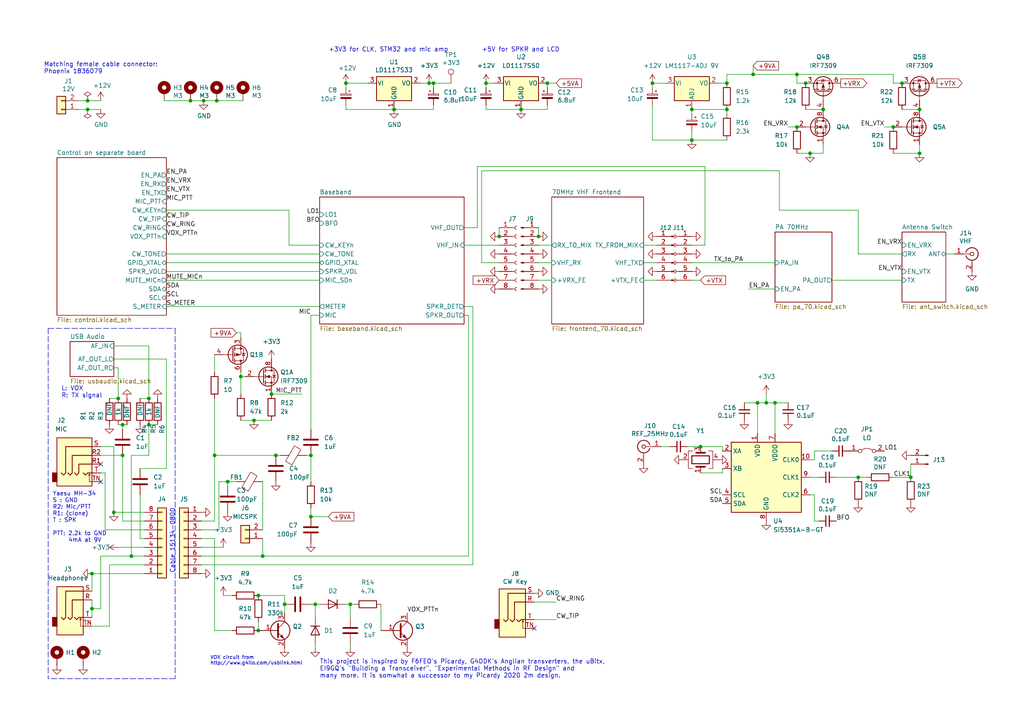
<source format=kicad_sch>
(kicad_sch (version 20211123) (generator eeschema)

  (uuid 7c83c304-769a-4be4-890e-297aba22b5b9)

  (paper "A4")

  (title_block
    (title "DART-70 TRX")
    (date "2023-03-06")
    (rev "0")
    (company "HB9EGM")
    (comment 1 "A 4m Band SSB/CW Transceiver")
  )

  

  (junction (at 222.25 116.84) (diameter 0) (color 0 0 0 0)
    (uuid 03889bb0-530a-4f17-942f-47bdd8c2143b)
  )
  (junction (at 74.93 182.88) (diameter 0) (color 0 0 0 0)
    (uuid 05f1488f-b95d-4647-953a-d2ec7eee61e9)
  )
  (junction (at 233.68 24.13) (diameter 0) (color 0 0 0 0)
    (uuid 0d713598-e0d7-4b64-806d-d27b5ae84128)
  )
  (junction (at 101.6 175.26) (diameter 0) (color 0 0 0 0)
    (uuid 0efaee8b-abcf-47a1-94ab-452bdfc4d10d)
  )
  (junction (at 248.92 138.43) (diameter 0) (color 0 0 0 0)
    (uuid 11ea7b85-b26d-4a7d-aaed-956352284452)
  )
  (junction (at 59.055 29.21) (diameter 0) (color 0 0 0 0)
    (uuid 130d74aa-cfde-4c45-8bfe-183aacd4590f)
  )
  (junction (at 266.7 44.45) (diameter 0) (color 0 0 0 0)
    (uuid 1379c036-b3e0-455b-b639-0f5dd015d03b)
  )
  (junction (at 210.82 24.13) (diameter 0) (color 0 0 0 0)
    (uuid 13b9a948-b29a-4475-8f42-f20ed3ed1c6a)
  )
  (junction (at 125.73 24.13) (diameter 0) (color 0 0 0 0)
    (uuid 1c29ab88-8089-4a9f-b0ec-e0493fb70d1a)
  )
  (junction (at 38.1 161.29) (diameter 0) (color 0 0 0 0)
    (uuid 2002fb77-6ce7-45e9-a078-9e559a07f8f6)
  )
  (junction (at 33.02 148.59) (diameter 0) (color 0 0 0 0)
    (uuid 20373015-10c5-40b5-a9be-5b6825114311)
  )
  (junction (at 231.14 36.83) (diameter 0) (color 0 0 0 0)
    (uuid 2c691037-8de1-4537-a0ef-41ed59613839)
  )
  (junction (at 200.66 31.75) (diameter 0) (color 0 0 0 0)
    (uuid 398ec90b-61af-4d36-9539-63397d126e21)
  )
  (junction (at 156.21 68.58) (diameter 0) (color 0 0 0 0)
    (uuid 3f2e667c-7f64-4e6d-b9b3-bdcde11173db)
  )
  (junction (at 62.23 132.08) (diameter 0) (color 0 0 0 0)
    (uuid 3faced87-a683-4722-a968-6c8f858b2a89)
  )
  (junction (at 210.82 31.75) (diameter 0) (color 0 0 0 0)
    (uuid 4242ccf2-3c4d-4a22-8247-2311c54121ff)
  )
  (junction (at 231.14 21.59) (diameter 0) (color 0 0 0 0)
    (uuid 4750ee37-26c3-426a-a03a-0a50ee4de791)
  )
  (junction (at 55.245 29.21) (diameter 0) (color 0 0 0 0)
    (uuid 48d3528f-d200-4dbf-87c6-2835721afb0e)
  )
  (junction (at 144.78 68.58) (diameter 0) (color 0 0 0 0)
    (uuid 49feb31b-fe70-4f82-99f6-3dbf467a2edc)
  )
  (junction (at 100.33 24.13) (diameter 0) (color 0 0 0 0)
    (uuid 547281cc-eb15-43de-9560-1b10e39a19ed)
  )
  (junction (at 91.44 175.26) (diameter 0) (color 0 0 0 0)
    (uuid 54fc4616-1350-49bf-925e-695b28bb395e)
  )
  (junction (at 238.76 31.75) (diameter 0) (color 0 0 0 0)
    (uuid 5591956a-807b-4208-83a4-6327422e118a)
  )
  (junction (at 26.67 176.53) (diameter 0) (color 0 0 0 0)
    (uuid 6b9394bd-5e58-42ea-a9a4-f58e854aea5c)
  )
  (junction (at 224.79 116.84) (diameter 0) (color 0 0 0 0)
    (uuid 7e67c67f-3a1d-491c-a9ea-d2c0b71576e9)
  )
  (junction (at 69.85 109.22) (diameter 0) (color 0 0 0 0)
    (uuid 8f8b4db5-ccfd-4760-89f5-ba5b4218d486)
  )
  (junction (at 259.08 36.83) (diameter 0) (color 0 0 0 0)
    (uuid 906f16af-3f1b-4545-bda0-18ebce89ce96)
  )
  (junction (at 140.97 24.13) (diameter 0) (color 0 0 0 0)
    (uuid 91bb5e66-90e9-4aff-b233-5b8d53e4ad1c)
  )
  (junction (at 124.46 24.13) (diameter 0) (color 0 0 0 0)
    (uuid 94eb2c38-e244-489c-ba32-44729ff54deb)
  )
  (junction (at 35.56 123.19) (diameter 0) (color 0 0 0 0)
    (uuid 9d55ccbc-4aa6-43b2-aa9c-42e27befe7f1)
  )
  (junction (at 26.67 166.37) (diameter 0) (color 0 0 0 0)
    (uuid 9fb2ca3c-8612-4c01-a40b-6e7e5895a1a0)
  )
  (junction (at 189.23 24.13) (diameter 0) (color 0 0 0 0)
    (uuid a01cdcc4-8ed1-4b36-8702-1b68481a60d9)
  )
  (junction (at 200.66 40.64) (diameter 0) (color 0 0 0 0)
    (uuid a13e5fb2-5800-4421-9e39-63277f01a71d)
  )
  (junction (at 264.16 138.43) (diameter 0) (color 0 0 0 0)
    (uuid a9fed849-c0d2-45ff-802c-7da3e4c52c0a)
  )
  (junction (at 78.74 114.3) (diameter 0) (color 0 0 0 0)
    (uuid aad4a030-3461-4b1e-9322-ba1ad3ac5597)
  )
  (junction (at 25.4 29.21) (diameter 0) (color 0 0 0 0)
    (uuid adc5f7d1-bf98-4196-9716-012c4f4b6a0a)
  )
  (junction (at 114.3 31.75) (diameter 0) (color 0 0 0 0)
    (uuid b0c265f7-c716-45d5-8397-630db4d2cf65)
  )
  (junction (at 218.44 21.59) (diameter 0) (color 0 0 0 0)
    (uuid b48c282b-d280-4718-bf3a-caf683cb767c)
  )
  (junction (at 82.55 175.26) (diameter 0) (color 0 0 0 0)
    (uuid c004f84b-d700-424b-b84c-a145b0082928)
  )
  (junction (at 35.56 132.08) (diameter 0) (color 0 0 0 0)
    (uuid c1ab7d65-d6a4-4014-80e6-4813d19456de)
  )
  (junction (at 74.93 172.72) (diameter 0) (color 0 0 0 0)
    (uuid c53356f3-b76d-4e9b-819d-f464046dcdf2)
  )
  (junction (at 34.29 115.57) (diameter 0) (color 0 0 0 0)
    (uuid cfd0ce93-955b-4a4c-b9df-adb69c4364b8)
  )
  (junction (at 234.95 44.45) (diameter 0) (color 0 0 0 0)
    (uuid d26d0a63-c69d-4774-9fba-12ed686b99f6)
  )
  (junction (at 73.66 121.92) (diameter 0) (color 0 0 0 0)
    (uuid d44ecef8-311a-4d38-9013-95c8299ff6b2)
  )
  (junction (at 62.865 29.21) (diameter 0) (color 0 0 0 0)
    (uuid d4b4dbc7-e763-47b2-a6cb-b5c021db8bcc)
  )
  (junction (at 66.04 139.7) (diameter 0) (color 0 0 0 0)
    (uuid d4c3f5bf-47cb-4030-92b0-bec21d62f389)
  )
  (junction (at 25.4 31.75) (diameter 0) (color 0 0 0 0)
    (uuid d4fc8b6d-311c-464d-9e39-e6d9dd34ed03)
  )
  (junction (at 261.62 24.13) (diameter 0) (color 0 0 0 0)
    (uuid d531b677-92b2-4589-8265-ffb9f0a9f471)
  )
  (junction (at 80.01 132.08) (diameter 0) (color 0 0 0 0)
    (uuid d7ecc3d2-2b6e-4e36-92b9-1b58fb257359)
  )
  (junction (at 90.17 132.08) (diameter 0) (color 0 0 0 0)
    (uuid d9abc64c-b691-4ece-b128-4f1d7b31754f)
  )
  (junction (at 43.18 115.57) (diameter 0) (color 0 0 0 0)
    (uuid e9342213-9707-4d1c-a69f-a3da6fb99c7a)
  )
  (junction (at 158.75 24.13) (diameter 0) (color 0 0 0 0)
    (uuid eb69835d-9be6-45e6-b58c-d2902ddb8fb1)
  )
  (junction (at 266.7 31.75) (diameter 0) (color 0 0 0 0)
    (uuid eeabe6f1-2db7-4eed-bd0c-6e41b390284d)
  )
  (junction (at 90.17 149.86) (diameter 0) (color 0 0 0 0)
    (uuid ef105c45-a454-45c2-badb-d87d915177ef)
  )
  (junction (at 76.2 161.29) (diameter 0) (color 0 0 0 0)
    (uuid f4c650b7-943a-4c93-b622-c1362c969577)
  )
  (junction (at 219.71 116.84) (diameter 0) (color 0 0 0 0)
    (uuid f747ec33-420b-45bc-9778-b4604b083211)
  )
  (junction (at 151.13 31.75) (diameter 0) (color 0 0 0 0)
    (uuid f74be2ca-c140-4c85-937a-a008e4f4ddb7)
  )
  (junction (at 203.2 129.54) (diameter 0) (color 0 0 0 0)
    (uuid f8c9e2c3-818f-482b-ad48-f9fb56a455b0)
  )
  (junction (at 43.18 123.19) (diameter 0) (color 0 0 0 0)
    (uuid fd55beb5-af4c-45f5-9d86-830ec1cfc7da)
  )

  (no_connect (at 29.21 139.7) (uuid 891b06d0-7775-40c2-8d16-5452402b91d5))
  (no_connect (at 154.94 182.245) (uuid 9e56fb84-5b0b-47eb-9ee7-e24e7c08829b))
  (no_connect (at 29.21 134.62) (uuid b2135387-8c57-44ac-8ab3-29b54b43f871))

  (wire (pts (xy 25.4 31.75) (xy 29.21 31.75))
    (stroke (width 0) (type default) (color 0 0 0 0))
    (uuid 002154dd-fd21-426e-8f51-d82382197384)
  )
  (wire (pts (xy 144.78 66.04) (xy 144.78 68.58))
    (stroke (width 0) (type default) (color 0 0 0 0))
    (uuid 002bee17-761d-4946-b10f-f0b42371b19d)
  )
  (wire (pts (xy 248.92 60.96) (xy 248.92 73.66))
    (stroke (width 0) (type default) (color 0 0 0 0))
    (uuid 0051a5cc-b7c8-41b6-8151-8600227de8e2)
  )
  (wire (pts (xy 90.17 132.08) (xy 90.17 139.7))
    (stroke (width 0) (type default) (color 0 0 0 0))
    (uuid 008a59ee-36fb-4f36-a8b0-5cc99b1e8598)
  )
  (wire (pts (xy 248.92 73.66) (xy 261.62 73.66))
    (stroke (width 0) (type default) (color 0 0 0 0))
    (uuid 0116339a-5f0d-4745-a575-44652fb7d9b0)
  )
  (wire (pts (xy 110.49 175.26) (xy 110.49 182.88))
    (stroke (width 0) (type default) (color 0 0 0 0))
    (uuid 025ac572-24f4-4397-b69b-bade669b4c40)
  )
  (wire (pts (xy 83.82 71.12) (xy 83.82 60.96))
    (stroke (width 0) (type default) (color 0 0 0 0))
    (uuid 04508b78-b957-4886-b3fa-3d951fb6452d)
  )
  (wire (pts (xy 236.22 133.35) (xy 234.95 133.35))
    (stroke (width 0) (type default) (color 0 0 0 0))
    (uuid 05f6334e-7131-4999-b788-1681af60d6df)
  )
  (wire (pts (xy 218.44 21.59) (xy 210.82 21.59))
    (stroke (width 0) (type default) (color 0 0 0 0))
    (uuid 09d1af20-c357-48ec-a10f-915c880f15b6)
  )
  (wire (pts (xy 158.75 24.13) (xy 158.75 25.4))
    (stroke (width 0) (type default) (color 0 0 0 0))
    (uuid 09fbb099-19ff-4c9e-b717-ff9eedac992b)
  )
  (wire (pts (xy 140.97 30.48) (xy 140.97 31.75))
    (stroke (width 0) (type default) (color 0 0 0 0))
    (uuid 0a3a19af-7bfa-4df3-9b73-b98420c4a518)
  )
  (wire (pts (xy 55.245 29.21) (xy 59.055 29.21))
    (stroke (width 0) (type default) (color 0 0 0 0))
    (uuid 0aad0e8d-0747-412b-85ac-039bbac4ff5e)
  )
  (wire (pts (xy 266.7 41.91) (xy 266.7 44.45))
    (stroke (width 0) (type default) (color 0 0 0 0))
    (uuid 0b3a2a48-0270-494e-962a-3658a00a0875)
  )
  (wire (pts (xy 226.06 60.96) (xy 248.92 60.96))
    (stroke (width 0) (type default) (color 0 0 0 0))
    (uuid 0bdff19d-fbde-4835-a259-d36d2ec0e6fd)
  )
  (wire (pts (xy 222.25 116.84) (xy 224.79 116.84))
    (stroke (width 0) (type default) (color 0 0 0 0))
    (uuid 0dd7a947-881a-4477-b1f8-b88536ca8809)
  )
  (wire (pts (xy 34.29 106.68) (xy 34.29 115.57))
    (stroke (width 0) (type default) (color 0 0 0 0))
    (uuid 11438643-bdb5-4bc3-97cb-5cea25341657)
  )
  (wire (pts (xy 100.33 24.13) (xy 100.33 25.4))
    (stroke (width 0) (type default) (color 0 0 0 0))
    (uuid 11b5652b-07d3-428f-98d5-c354cf3693b1)
  )
  (wire (pts (xy 140.97 31.75) (xy 151.13 31.75))
    (stroke (width 0) (type default) (color 0 0 0 0))
    (uuid 160e3a4c-588b-4e79-ac75-f98bf80b7e0b)
  )
  (wire (pts (xy 22.86 31.75) (xy 25.4 31.75))
    (stroke (width 0) (type default) (color 0 0 0 0))
    (uuid 174d3312-33d6-4bed-98f6-7ee988ce0253)
  )
  (wire (pts (xy 210.82 31.75) (xy 210.82 33.02))
    (stroke (width 0) (type default) (color 0 0 0 0))
    (uuid 17fc291b-23f9-4de7-9168-978b13dcd03c)
  )
  (wire (pts (xy 63.5 153.67) (xy 63.5 139.7))
    (stroke (width 0) (type default) (color 0 0 0 0))
    (uuid 1869a25a-7405-4101-9da6-55f7c1e87e39)
  )
  (wire (pts (xy 26.67 166.37) (xy 41.91 166.37))
    (stroke (width 0) (type default) (color 0 0 0 0))
    (uuid 1bcf4a11-4c4f-42b8-9e84-ad79d97ffe8f)
  )
  (wire (pts (xy 69.85 96.52) (xy 68.58 96.52))
    (stroke (width 0) (type default) (color 0 0 0 0))
    (uuid 1c42fb18-8951-420c-93b3-b390805a99ab)
  )
  (wire (pts (xy 76.2 156.21) (xy 76.2 161.29))
    (stroke (width 0) (type default) (color 0 0 0 0))
    (uuid 1c9f0aaa-a7f3-4c99-ac2e-10f6713b49b4)
  )
  (wire (pts (xy 74.93 172.72) (xy 82.55 172.72))
    (stroke (width 0) (type default) (color 0 0 0 0))
    (uuid 1d4132f7-1f35-449b-a4a4-451bd4dc48ab)
  )
  (wire (pts (xy 35.56 123.19) (xy 36.83 123.19))
    (stroke (width 0) (type default) (color 0 0 0 0))
    (uuid 1f7003d3-e395-4fae-a4ec-81e60f5ef90f)
  )
  (wire (pts (xy 41.91 148.59) (xy 33.02 148.59))
    (stroke (width 0) (type default) (color 0 0 0 0))
    (uuid 216cd782-5819-4b5e-931f-7587d15e2161)
  )
  (wire (pts (xy 82.55 177.8) (xy 82.55 175.26))
    (stroke (width 0) (type default) (color 0 0 0 0))
    (uuid 219438ca-bd57-4fea-aeb4-810d77461a18)
  )
  (wire (pts (xy 193.04 24.13) (xy 189.23 24.13))
    (stroke (width 0) (type default) (color 0 0 0 0))
    (uuid 2199bdfc-0462-4363-af5e-16d8e19d600a)
  )
  (polyline (pts (xy 13.97 95.25) (xy 50.8 95.25))
    (stroke (width 0) (type default) (color 0 0 0 0))
    (uuid 246d8c70-0329-4f4d-9351-49df120458af)
  )

  (wire (pts (xy 73.66 121.92) (xy 78.74 121.92))
    (stroke (width 0) (type default) (color 0 0 0 0))
    (uuid 25eb4e9a-a9bc-41d9-ba86-5c87b9db25c8)
  )
  (wire (pts (xy 100.33 24.13) (xy 106.68 24.13))
    (stroke (width 0) (type default) (color 0 0 0 0))
    (uuid 28eca374-9b5c-4480-a1a6-52ddcbb57db2)
  )
  (wire (pts (xy 40.64 115.57) (xy 43.18 115.57))
    (stroke (width 0) (type default) (color 0 0 0 0))
    (uuid 2a3464a0-2ccd-434c-8817-4d7a2f14c67a)
  )
  (wire (pts (xy 234.95 138.43) (xy 237.49 138.43))
    (stroke (width 0) (type default) (color 0 0 0 0))
    (uuid 2a86319a-5a94-4745-ad80-6b5c02f72e82)
  )
  (wire (pts (xy 43.18 100.33) (xy 33.02 100.33))
    (stroke (width 0) (type default) (color 0 0 0 0))
    (uuid 2da3100d-2e28-4a7b-925a-cb4dad81d852)
  )
  (wire (pts (xy 158.75 24.13) (xy 161.29 24.13))
    (stroke (width 0) (type default) (color 0 0 0 0))
    (uuid 2ea38bc3-7d3b-428e-a271-404ee98e752b)
  )
  (wire (pts (xy 135.89 91.44) (xy 135.89 161.29))
    (stroke (width 0) (type default) (color 0 0 0 0))
    (uuid 2f9b686c-0a8f-432b-9e90-c788e62691c6)
  )
  (wire (pts (xy 200.66 40.64) (xy 210.82 40.64))
    (stroke (width 0) (type default) (color 0 0 0 0))
    (uuid 33f01d9a-6abc-40a9-9b6b-d34bddbf731f)
  )
  (wire (pts (xy 256.54 36.83) (xy 259.08 36.83))
    (stroke (width 0) (type default) (color 0 0 0 0))
    (uuid 345987da-5aa5-4c5e-90e1-ddf0086ed5fb)
  )
  (wire (pts (xy 58.42 161.29) (xy 76.2 161.29))
    (stroke (width 0) (type default) (color 0 0 0 0))
    (uuid 361f9eaf-2e29-4825-b35a-439064c6d2db)
  )
  (wire (pts (xy 91.44 175.26) (xy 92.71 175.26))
    (stroke (width 0) (type default) (color 0 0 0 0))
    (uuid 36854e14-46fb-4279-bf79-0322ad1da42a)
  )
  (wire (pts (xy 62.23 102.87) (xy 62.23 107.95))
    (stroke (width 0) (type default) (color 0 0 0 0))
    (uuid 3729b657-384d-440e-9b38-b75590f72741)
  )
  (wire (pts (xy 139.7 76.2) (xy 144.78 76.2))
    (stroke (width 0) (type default) (color 0 0 0 0))
    (uuid 3a4811bf-b539-4978-b0d8-fe47f179161b)
  )
  (wire (pts (xy 67.31 172.72) (xy 64.77 172.72))
    (stroke (width 0) (type default) (color 0 0 0 0))
    (uuid 3cddbb36-7343-44a2-9871-f6b2e73f7d17)
  )
  (wire (pts (xy 134.62 66.04) (xy 138.43 66.04))
    (stroke (width 0) (type default) (color 0 0 0 0))
    (uuid 3ee41aac-558c-43a3-a816-e31001ae8352)
  )
  (wire (pts (xy 48.26 76.2) (xy 92.71 76.2))
    (stroke (width 0) (type default) (color 0 0 0 0))
    (uuid 3eeccf02-360d-4377-89f3-2458946d5853)
  )
  (wire (pts (xy 62.23 156.21) (xy 62.23 182.88))
    (stroke (width 0) (type default) (color 0 0 0 0))
    (uuid 401f2d1f-acc6-4e14-9963-49ecb3bd4627)
  )
  (wire (pts (xy 158.75 31.75) (xy 151.13 31.75))
    (stroke (width 0) (type default) (color 0 0 0 0))
    (uuid 443127ca-ab31-4ac0-90cc-723625487807)
  )
  (wire (pts (xy 208.28 24.13) (xy 210.82 24.13))
    (stroke (width 0) (type default) (color 0 0 0 0))
    (uuid 4435e8ff-b63e-4b32-81db-49caa0dd6c5f)
  )
  (wire (pts (xy 69.85 107.95) (xy 69.85 109.22))
    (stroke (width 0) (type default) (color 0 0 0 0))
    (uuid 469d1dea-56e9-4051-acba-b2ec5e9a2c33)
  )
  (wire (pts (xy 58.42 158.75) (xy 64.77 158.75))
    (stroke (width 0) (type default) (color 0 0 0 0))
    (uuid 48a3ede4-2797-4e66-9278-9cd056144dbb)
  )
  (wire (pts (xy 62.23 115.57) (xy 62.23 132.08))
    (stroke (width 0) (type default) (color 0 0 0 0))
    (uuid 496b1a5f-d49c-4515-8e6b-7fb584585bdd)
  )
  (polyline (pts (xy 50.8 95.25) (xy 50.8 196.85))
    (stroke (width 0) (type default) (color 0 0 0 0))
    (uuid 4b105a5f-5ed5-49ae-8bb9-f1d8c5566b50)
  )

  (wire (pts (xy 210.82 21.59) (xy 210.82 24.13))
    (stroke (width 0) (type default) (color 0 0 0 0))
    (uuid 4c57c394-f97c-4a0b-80d4-0b5157781c3b)
  )
  (wire (pts (xy 76.2 161.29) (xy 135.89 161.29))
    (stroke (width 0) (type default) (color 0 0 0 0))
    (uuid 4d2c10b1-9329-409f-bc4d-94aebd58963e)
  )
  (wire (pts (xy 261.62 31.75) (xy 266.7 31.75))
    (stroke (width 0) (type default) (color 0 0 0 0))
    (uuid 4d5acc98-17ff-4e60-af52-349a1269dddf)
  )
  (wire (pts (xy 139.7 49.53) (xy 139.7 76.2))
    (stroke (width 0) (type default) (color 0 0 0 0))
    (uuid 4ecfe5c5-d7fc-4d05-be28-1ed42c507ec3)
  )
  (wire (pts (xy 219.71 116.84) (xy 222.25 116.84))
    (stroke (width 0) (type default) (color 0 0 0 0))
    (uuid 5130484e-13a2-434f-935d-3be30d7a93c9)
  )
  (wire (pts (xy 156.21 81.28) (xy 160.02 81.28))
    (stroke (width 0) (type default) (color 0 0 0 0))
    (uuid 52d9d6dd-4266-418b-bf9a-446977053e6f)
  )
  (wire (pts (xy 29.21 161.29) (xy 29.21 176.53))
    (stroke (width 0) (type default) (color 0 0 0 0))
    (uuid 53bb37bd-6ad6-430f-b5e5-21e40448d528)
  )
  (wire (pts (xy 29.21 176.53) (xy 26.67 176.53))
    (stroke (width 0) (type default) (color 0 0 0 0))
    (uuid 568b5dd5-7629-4c3d-9388-eaa54c2762b1)
  )
  (wire (pts (xy 47.625 29.21) (xy 55.245 29.21))
    (stroke (width 0) (type default) (color 0 0 0 0))
    (uuid 579d81c4-8fa6-40d5-b99a-d160787b45b9)
  )
  (wire (pts (xy 58.42 163.83) (xy 137.16 163.83))
    (stroke (width 0) (type default) (color 0 0 0 0))
    (uuid 57be2951-306e-483f-b29a-c5289beae3a0)
  )
  (wire (pts (xy 58.42 153.67) (xy 63.5 153.67))
    (stroke (width 0) (type default) (color 0 0 0 0))
    (uuid 58e4fb93-6235-473b-af92-bf79be065bda)
  )
  (wire (pts (xy 204.47 48.26) (xy 204.47 71.12))
    (stroke (width 0) (type default) (color 0 0 0 0))
    (uuid 5a05460d-15bc-4058-86e6-a6bff5598db7)
  )
  (wire (pts (xy 218.44 19.05) (xy 218.44 21.59))
    (stroke (width 0) (type default) (color 0 0 0 0))
    (uuid 5afca071-0542-406b-83f5-f8ed30e05c4c)
  )
  (wire (pts (xy 138.43 48.26) (xy 204.47 48.26))
    (stroke (width 0) (type default) (color 0 0 0 0))
    (uuid 5c0ae8f2-fb0b-4cbf-bd78-f6131c18140d)
  )
  (wire (pts (xy 134.62 91.44) (xy 135.89 91.44))
    (stroke (width 0) (type default) (color 0 0 0 0))
    (uuid 5c0d735a-ca1c-4202-8faf-02e515d1181f)
  )
  (wire (pts (xy 259.08 21.59) (xy 231.14 21.59))
    (stroke (width 0) (type default) (color 0 0 0 0))
    (uuid 5ea05504-bb96-4847-90cf-26cb1afd4244)
  )
  (wire (pts (xy 91.44 175.26) (xy 91.44 179.07))
    (stroke (width 0) (type default) (color 0 0 0 0))
    (uuid 5ed02c6b-f3b8-4641-86b2-3c4cac92a5b4)
  )
  (wire (pts (xy 101.6 186.69) (xy 101.6 187.96))
    (stroke (width 0) (type default) (color 0 0 0 0))
    (uuid 5ed5b405-912e-49a2-adbb-ff35d95f4100)
  )
  (wire (pts (xy 76.2 139.7) (xy 76.2 153.67))
    (stroke (width 0) (type default) (color 0 0 0 0))
    (uuid 601c5479-68c8-4d7c-bbde-860bd11a7597)
  )
  (wire (pts (xy 38.1 161.29) (xy 29.21 161.29))
    (stroke (width 0) (type default) (color 0 0 0 0))
    (uuid 6062b414-90cb-4cef-839a-25d90087f1b4)
  )
  (wire (pts (xy 38.1 132.08) (xy 43.18 132.08))
    (stroke (width 0) (type default) (color 0 0 0 0))
    (uuid 60d27bb0-faad-48a9-89c1-b059b592a640)
  )
  (wire (pts (xy 35.56 151.13) (xy 41.91 151.13))
    (stroke (width 0) (type default) (color 0 0 0 0))
    (uuid 6123b0cd-d677-4963-a353-8d6b35692422)
  )
  (polyline (pts (xy 50.8 196.85) (xy 13.97 196.85))
    (stroke (width 0) (type default) (color 0 0 0 0))
    (uuid 6188cf07-9c8d-498a-9db9-9718888dfe39)
  )

  (wire (pts (xy 124.46 24.13) (xy 125.73 24.13))
    (stroke (width 0) (type default) (color 0 0 0 0))
    (uuid 63da3512-bd51-489d-833d-20bce6d76019)
  )
  (wire (pts (xy 241.3 130.81) (xy 236.22 130.81))
    (stroke (width 0) (type default) (color 0 0 0 0))
    (uuid 64e90390-0f4c-4cc1-bafa-363ce23516e9)
  )
  (wire (pts (xy 236.22 151.13) (xy 236.22 143.51))
    (stroke (width 0) (type default) (color 0 0 0 0))
    (uuid 65dd0601-a23d-4c5d-b924-966fc498cbfc)
  )
  (wire (pts (xy 238.76 44.45) (xy 234.95 44.45))
    (stroke (width 0) (type default) (color 0 0 0 0))
    (uuid 67fd7240-7a2e-4504-8c70-47b3112c634e)
  )
  (wire (pts (xy 26.67 166.37) (xy 26.67 171.45))
    (stroke (width 0) (type default) (color 0 0 0 0))
    (uuid 696f862b-a951-463f-ad29-011c067090d6)
  )
  (wire (pts (xy 48.26 104.14) (xy 33.02 104.14))
    (stroke (width 0) (type default) (color 0 0 0 0))
    (uuid 699ac08c-f9a3-4116-bed2-dc98ffb5b3a1)
  )
  (wire (pts (xy 236.22 143.51) (xy 234.95 143.51))
    (stroke (width 0) (type default) (color 0 0 0 0))
    (uuid 699bee8c-8bc3-4aa6-b4ed-0aa4d255078a)
  )
  (wire (pts (xy 38.1 161.29) (xy 38.1 132.08))
    (stroke (width 0) (type default) (color 0 0 0 0))
    (uuid 6ac2f4eb-9300-4682-9dca-8ec36d45a0ab)
  )
  (wire (pts (xy 224.79 116.84) (xy 224.79 125.73))
    (stroke (width 0) (type default) (color 0 0 0 0))
    (uuid 6b09c60c-c53b-47dd-b8b8-94f682cd2086)
  )
  (wire (pts (xy 58.42 151.13) (xy 62.23 151.13))
    (stroke (width 0) (type default) (color 0 0 0 0))
    (uuid 6cc72bfd-2651-4e90-af42-5d6cec3950c1)
  )
  (wire (pts (xy 156.21 66.04) (xy 156.21 68.58))
    (stroke (width 0) (type default) (color 0 0 0 0))
    (uuid 6d63f93a-5c70-4c67-8eef-6977db41fdd0)
  )
  (wire (pts (xy 26.67 173.99) (xy 26.67 176.53))
    (stroke (width 0) (type default) (color 0 0 0 0))
    (uuid 7019dafb-64b4-4e22-837e-9f37341a0157)
  )
  (wire (pts (xy 48.26 78.74) (xy 92.71 78.74))
    (stroke (width 0) (type default) (color 0 0 0 0))
    (uuid 73062404-be1b-4744-bd1e-9e3d624b8fb3)
  )
  (wire (pts (xy 66.04 139.7) (xy 68.58 139.7))
    (stroke (width 0) (type default) (color 0 0 0 0))
    (uuid 735e33ba-0601-4acb-983d-1656020ec14e)
  )
  (wire (pts (xy 259.08 24.13) (xy 261.62 24.13))
    (stroke (width 0) (type default) (color 0 0 0 0))
    (uuid 73697aae-1f79-401a-bdaa-9ebc2f2340de)
  )
  (wire (pts (xy 140.97 24.13) (xy 140.97 25.4))
    (stroke (width 0) (type default) (color 0 0 0 0))
    (uuid 7471700d-9a5d-406e-b9fc-bdeed49379fa)
  )
  (wire (pts (xy 25.4 29.21) (xy 29.21 29.21))
    (stroke (width 0) (type default) (color 0 0 0 0))
    (uuid 74760d5b-303c-4603-ac2e-6b5209546581)
  )
  (polyline (pts (xy 13.97 95.25) (xy 13.97 196.85))
    (stroke (width 0) (type default) (color 0 0 0 0))
    (uuid 74e37401-14d3-4e3c-84ed-7ddb4d75b44f)
  )

  (wire (pts (xy 29.21 129.54) (xy 33.02 129.54))
    (stroke (width 0) (type default) (color 0 0 0 0))
    (uuid 754f923b-5aa7-4d87-b589-d53346af6023)
  )
  (wire (pts (xy 62.23 182.88) (xy 67.31 182.88))
    (stroke (width 0) (type default) (color 0 0 0 0))
    (uuid 77cc857c-e045-46ac-921a-7b86818ca625)
  )
  (wire (pts (xy 156.21 76.2) (xy 160.02 76.2))
    (stroke (width 0) (type default) (color 0 0 0 0))
    (uuid 7887f659-7796-4d20-b8ec-45fe37db4d3b)
  )
  (wire (pts (xy 22.86 29.21) (xy 25.4 29.21))
    (stroke (width 0) (type default) (color 0 0 0 0))
    (uuid 79aced1b-30d4-4883-86bf-8a38d664736a)
  )
  (wire (pts (xy 134.62 71.12) (xy 144.78 71.12))
    (stroke (width 0) (type default) (color 0 0 0 0))
    (uuid 7b959fed-4370-4448-9d17-fbc4f5703c60)
  )
  (wire (pts (xy 31.75 115.57) (xy 34.29 115.57))
    (stroke (width 0) (type default) (color 0 0 0 0))
    (uuid 7c8f4fb6-d76c-4fd6-89a0-af30aa8d7cb9)
  )
  (wire (pts (xy 242.57 138.43) (xy 248.92 138.43))
    (stroke (width 0) (type default) (color 0 0 0 0))
    (uuid 7d4200e5-e280-4699-af56-048ba84247d3)
  )
  (wire (pts (xy 81.28 132.08) (xy 80.01 132.08))
    (stroke (width 0) (type default) (color 0 0 0 0))
    (uuid 7fcd6903-4017-464e-a708-1e51b67dd39f)
  )
  (wire (pts (xy 90.17 149.86) (xy 95.25 149.86))
    (stroke (width 0) (type default) (color 0 0 0 0))
    (uuid 816e41e9-8ef8-4e70-a70f-02175bdc97c4)
  )
  (wire (pts (xy 234.95 44.45) (xy 231.14 44.45))
    (stroke (width 0) (type default) (color 0 0 0 0))
    (uuid 86c60f4b-4421-4865-beff-ed93adca8ac2)
  )
  (wire (pts (xy 186.69 76.2) (xy 190.5 76.2))
    (stroke (width 0) (type default) (color 0 0 0 0))
    (uuid 89f5cd17-8501-4243-bc98-0e8a1aab3a95)
  )
  (wire (pts (xy 69.85 109.22) (xy 69.85 114.3))
    (stroke (width 0) (type default) (color 0 0 0 0))
    (uuid 8a096409-910f-4b78-890d-9e8768ba72ab)
  )
  (wire (pts (xy 34.29 123.19) (xy 35.56 123.19))
    (stroke (width 0) (type default) (color 0 0 0 0))
    (uuid 8d12d79e-51f7-4ca7-b044-3e4e258b0ca7)
  )
  (wire (pts (xy 237.49 151.13) (xy 236.22 151.13))
    (stroke (width 0) (type default) (color 0 0 0 0))
    (uuid 8e0abe23-8e7e-48a9-af11-f26197bd8fbf)
  )
  (wire (pts (xy 74.93 180.34) (xy 74.93 182.88))
    (stroke (width 0) (type default) (color 0 0 0 0))
    (uuid 8f1ab95b-1867-4005-8242-092f60cbfea5)
  )
  (wire (pts (xy 189.23 30.48) (xy 189.23 40.64))
    (stroke (width 0) (type default) (color 0 0 0 0))
    (uuid 8f5c2a3a-b2da-434e-8810-9da52a5e413a)
  )
  (wire (pts (xy 29.21 132.08) (xy 35.56 132.08))
    (stroke (width 0) (type default) (color 0 0 0 0))
    (uuid 8fe92221-afec-47ce-a89d-2a3cf937d9a2)
  )
  (wire (pts (xy 35.56 123.19) (xy 35.56 124.46))
    (stroke (width 0) (type default) (color 0 0 0 0))
    (uuid 900073c8-27f0-4864-bec9-14e524ac2d69)
  )
  (wire (pts (xy 134.62 88.9) (xy 137.16 88.9))
    (stroke (width 0) (type default) (color 0 0 0 0))
    (uuid 906c4fbb-4fdd-48c5-aa07-85c56299e46a)
  )
  (wire (pts (xy 90.17 147.32) (xy 90.17 149.86))
    (stroke (width 0) (type default) (color 0 0 0 0))
    (uuid 91c438b1-678d-4a85-be0e-771bfbc58931)
  )
  (wire (pts (xy 233.68 31.75) (xy 238.76 31.75))
    (stroke (width 0) (type default) (color 0 0 0 0))
    (uuid 92dfb53a-5556-47b1-8088-214aebbc803d)
  )
  (wire (pts (xy 92.71 91.44) (xy 90.17 91.44))
    (stroke (width 0) (type default) (color 0 0 0 0))
    (uuid 935427ba-97bd-4319-b38c-51b473619c8a)
  )
  (wire (pts (xy 158.75 30.48) (xy 158.75 31.75))
    (stroke (width 0) (type default) (color 0 0 0 0))
    (uuid 96e30a9c-78b6-4d1a-bc72-6cbdc7743876)
  )
  (wire (pts (xy 90.17 91.44) (xy 90.17 124.46))
    (stroke (width 0) (type default) (color 0 0 0 0))
    (uuid 9792cf44-3261-4d9f-8ae0-31fdeec0dc70)
  )
  (wire (pts (xy 48.26 104.14) (xy 48.26 135.89))
    (stroke (width 0) (type default) (color 0 0 0 0))
    (uuid 97d2bbd2-62fb-416d-98c5-fe5f0ab9820d)
  )
  (wire (pts (xy 35.56 151.13) (xy 35.56 132.08))
    (stroke (width 0) (type default) (color 0 0 0 0))
    (uuid 98ea83ac-41c6-4b7d-be63-41372bbd6e24)
  )
  (wire (pts (xy 100.33 30.48) (xy 100.33 31.75))
    (stroke (width 0) (type default) (color 0 0 0 0))
    (uuid 99f8394d-1325-4f0e-9ed0-19dceab6e1f9)
  )
  (wire (pts (xy 62.23 132.08) (xy 80.01 132.08))
    (stroke (width 0) (type default) (color 0 0 0 0))
    (uuid 9c3d736f-f850-40b5-83bf-bf71ce2d8e7c)
  )
  (wire (pts (xy 186.69 71.12) (xy 190.5 71.12))
    (stroke (width 0) (type default) (color 0 0 0 0))
    (uuid 9d00ede8-7480-44d8-b21e-d16dd17b75ac)
  )
  (wire (pts (xy 228.6 116.84) (xy 224.79 116.84))
    (stroke (width 0) (type default) (color 0 0 0 0))
    (uuid 9d3a7a2b-8bae-4d82-8634-16a99f57e389)
  )
  (wire (pts (xy 33.02 129.54) (xy 33.02 148.59))
    (stroke (width 0) (type default) (color 0 0 0 0))
    (uuid 9d5b6cd8-17f0-45de-b87b-5c8a0bd4db14)
  )
  (wire (pts (xy 228.6 36.83) (xy 231.14 36.83))
    (stroke (width 0) (type default) (color 0 0 0 0))
    (uuid a057c374-c462-4764-bd16-2c00eef92afa)
  )
  (wire (pts (xy 48.26 81.28) (xy 92.71 81.28))
    (stroke (width 0) (type default) (color 0 0 0 0))
    (uuid a1864b64-1865-4240-b098-5056fb759def)
  )
  (wire (pts (xy 154.94 174.625) (xy 161.29 174.625))
    (stroke (width 0) (type default) (color 0 0 0 0))
    (uuid a1abde39-78d5-402d-bb1c-75243c61d29b)
  )
  (wire (pts (xy 222.25 114.3) (xy 222.25 116.84))
    (stroke (width 0) (type default) (color 0 0 0 0))
    (uuid a39008b0-0dd6-44dc-b176-ab03b6874ae7)
  )
  (wire (pts (xy 274.32 73.66) (xy 276.86 73.66))
    (stroke (width 0) (type default) (color 0 0 0 0))
    (uuid a43beeeb-0d60-44c9-bc6b-40c9e75459e8)
  )
  (wire (pts (xy 34.29 106.68) (xy 33.02 106.68))
    (stroke (width 0) (type default) (color 0 0 0 0))
    (uuid a4b3b03c-531f-4aa0-9daa-5345dfa6fc41)
  )
  (wire (pts (xy 88.9 132.08) (xy 90.17 132.08))
    (stroke (width 0) (type default) (color 0 0 0 0))
    (uuid a5f4f26e-4b82-496f-b7bb-4ed4211f8100)
  )
  (wire (pts (xy 100.33 31.75) (xy 114.3 31.75))
    (stroke (width 0) (type default) (color 0 0 0 0))
    (uuid a69bb6f5-978b-49bb-9446-4ec9cfe4501e)
  )
  (wire (pts (xy 82.55 175.26) (xy 82.55 172.72))
    (stroke (width 0) (type default) (color 0 0 0 0))
    (uuid a6baa060-c82d-461a-96f5-4f21d73265a4)
  )
  (wire (pts (xy 259.08 21.59) (xy 259.08 24.13))
    (stroke (width 0) (type default) (color 0 0 0 0))
    (uuid a7349b87-3477-4ba5-bc62-3587f94ab817)
  )
  (wire (pts (xy 66.04 140.97) (xy 66.04 139.7))
    (stroke (width 0) (type default) (color 0 0 0 0))
    (uuid a8d341ec-3332-4d82-8a1f-e52e32f564f1)
  )
  (wire (pts (xy 63.5 139.7) (xy 66.04 139.7))
    (stroke (width 0) (type default) (color 0 0 0 0))
    (uuid a9276ad3-2500-44c6-895a-e842a0033021)
  )
  (wire (pts (xy 40.64 143.51) (xy 40.64 156.21))
    (stroke (width 0) (type default) (color 0 0 0 0))
    (uuid a97e4f3d-f371-47f1-8ee9-cbe61c23c759)
  )
  (wire (pts (xy 30.48 153.67) (xy 30.48 137.16))
    (stroke (width 0) (type default) (color 0 0 0 0))
    (uuid a99a526a-0727-4d5d-b793-47c299fd72ba)
  )
  (wire (pts (xy 69.85 97.79) (xy 69.85 96.52))
    (stroke (width 0) (type default) (color 0 0 0 0))
    (uuid ab033de2-6886-4e4c-b9c3-21d6481b406d)
  )
  (wire (pts (xy 138.43 66.04) (xy 138.43 48.26))
    (stroke (width 0) (type default) (color 0 0 0 0))
    (uuid ad195d4d-ed76-4a26-ac30-01da417bd64b)
  )
  (wire (pts (xy 69.85 109.22) (xy 71.12 109.22))
    (stroke (width 0) (type default) (color 0 0 0 0))
    (uuid ad4538db-3731-4206-9c84-06101425be48)
  )
  (wire (pts (xy 231.14 21.59) (xy 218.44 21.59))
    (stroke (width 0) (type default) (color 0 0 0 0))
    (uuid ad76707e-1f2e-4941-86a0-50951acd24bc)
  )
  (wire (pts (xy 91.44 186.69) (xy 91.44 187.96))
    (stroke (width 0) (type default) (color 0 0 0 0))
    (uuid add05f6f-edf6-4631-b6b3-35897f9e8c7b)
  )
  (wire (pts (xy 189.23 40.64) (xy 200.66 40.64))
    (stroke (width 0) (type default) (color 0 0 0 0))
    (uuid aed0a299-8aa6-4a50-b993-c38efe5fdd7a)
  )
  (wire (pts (xy 217.17 83.82) (xy 224.79 83.82))
    (stroke (width 0) (type default) (color 0 0 0 0))
    (uuid b056317e-32ca-4f2d-b310-fc1492cc5060)
  )
  (wire (pts (xy 43.18 100.33) (xy 43.18 115.57))
    (stroke (width 0) (type default) (color 0 0 0 0))
    (uuid b0cf214e-d0ed-484b-ba79-187612ebeeb9)
  )
  (wire (pts (xy 90.17 175.26) (xy 91.44 175.26))
    (stroke (width 0) (type default) (color 0 0 0 0))
    (uuid b1a62f88-404d-483f-bb63-16c8188b4f3a)
  )
  (wire (pts (xy 189.23 24.13) (xy 189.23 25.4))
    (stroke (width 0) (type default) (color 0 0 0 0))
    (uuid b1ea2466-2371-4b96-9289-6c42e0f0b899)
  )
  (wire (pts (xy 62.23 151.13) (xy 62.23 132.08))
    (stroke (width 0) (type default) (color 0 0 0 0))
    (uuid b32653e4-7801-40ea-b61b-f0311c01d3b4)
  )
  (wire (pts (xy 266.7 44.45) (xy 259.08 44.45))
    (stroke (width 0) (type default) (color 0 0 0 0))
    (uuid b5cbe891-dcdf-4951-8f0a-b2c28e4293cd)
  )
  (wire (pts (xy 58.42 156.21) (xy 62.23 156.21))
    (stroke (width 0) (type default) (color 0 0 0 0))
    (uuid b66c197d-a987-4d64-bb63-7ddb1a72d7fd)
  )
  (wire (pts (xy 34.29 158.75) (xy 41.91 158.75))
    (stroke (width 0) (type default) (color 0 0 0 0))
    (uuid ba048e1d-485f-4106-8eb8-8f2566ae855d)
  )
  (wire (pts (xy 101.6 175.26) (xy 102.87 175.26))
    (stroke (width 0) (type default) (color 0 0 0 0))
    (uuid ba28163c-9ab2-44c5-b089-1433660941d6)
  )
  (wire (pts (xy 231.14 24.13) (xy 233.68 24.13))
    (stroke (width 0) (type default) (color 0 0 0 0))
    (uuid bb78f99c-6783-4afe-a661-68817d4180ab)
  )
  (wire (pts (xy 236.22 130.81) (xy 236.22 133.35))
    (stroke (width 0) (type default) (color 0 0 0 0))
    (uuid bcb20d96-4c0e-4c98-a263-0cdd41ab15e5)
  )
  (wire (pts (xy 200.66 38.1) (xy 200.66 40.64))
    (stroke (width 0) (type default) (color 0 0 0 0))
    (uuid bda7a16e-b931-4d51-b769-ff5809beef5f)
  )
  (wire (pts (xy 48.26 60.96) (xy 83.82 60.96))
    (stroke (width 0) (type default) (color 0 0 0 0))
    (uuid bfce1213-d511-4811-bc9d-beb994b8b9fe)
  )
  (wire (pts (xy 31.75 163.83) (xy 31.75 181.61))
    (stroke (width 0) (type default) (color 0 0 0 0))
    (uuid c0738ee3-5ef6-48be-9a20-f10b8cdc3a6d)
  )
  (wire (pts (xy 41.91 161.29) (xy 38.1 161.29))
    (stroke (width 0) (type default) (color 0 0 0 0))
    (uuid c12b5903-2f75-49c3-8332-69e02fb1aff7)
  )
  (wire (pts (xy 41.91 156.21) (xy 40.64 156.21))
    (stroke (width 0) (type default) (color 0 0 0 0))
    (uuid c13eaffb-5c39-4e48-8c42-cc2bcee712b4)
  )
  (wire (pts (xy 219.71 116.84) (xy 219.71 125.73))
    (stroke (width 0) (type default) (color 0 0 0 0))
    (uuid c24d03f2-5bff-4d74-88e5-481cd2f1e035)
  )
  (wire (pts (xy 264.16 138.43) (xy 264.16 134.62))
    (stroke (width 0) (type default) (color 0 0 0 0))
    (uuid c48e879f-0b64-4f86-a8cf-003dbff29c4e)
  )
  (wire (pts (xy 226.06 49.53) (xy 226.06 60.96))
    (stroke (width 0) (type default) (color 0 0 0 0))
    (uuid c4edda47-532d-4e95-9fc8-38bd0ed58dfb)
  )
  (wire (pts (xy 137.16 88.9) (xy 137.16 163.83))
    (stroke (width 0) (type default) (color 0 0 0 0))
    (uuid c5747d63-7293-4c9e-a6a4-eaa0310e86ea)
  )
  (wire (pts (xy 186.69 81.28) (xy 190.5 81.28))
    (stroke (width 0) (type default) (color 0 0 0 0))
    (uuid c64a6907-65ea-4d9f-8271-b12257b06b60)
  )
  (wire (pts (xy 251.46 138.43) (xy 248.92 138.43))
    (stroke (width 0) (type default) (color 0 0 0 0))
    (uuid cbbfb5e5-7e85-4367-b6a7-9b21fc6d9e17)
  )
  (wire (pts (xy 139.7 49.53) (xy 226.06 49.53))
    (stroke (width 0) (type default) (color 0 0 0 0))
    (uuid cbd19eae-411c-4ba9-9265-3a6ab1b93364)
  )
  (wire (pts (xy 203.2 137.16) (xy 209.55 137.16))
    (stroke (width 0) (type default) (color 0 0 0 0))
    (uuid cc89f37d-2221-4ee8-a763-21432c733f93)
  )
  (wire (pts (xy 121.92 24.13) (xy 124.46 24.13))
    (stroke (width 0) (type default) (color 0 0 0 0))
    (uuid cdc3b2bb-9f60-476c-ac94-bf550b6e7b5e)
  )
  (wire (pts (xy 238.76 41.91) (xy 238.76 44.45))
    (stroke (width 0) (type default) (color 0 0 0 0))
    (uuid cdf8245b-2e03-441d-8536-8e14a3d0d2ff)
  )
  (wire (pts (xy 215.9 116.84) (xy 219.71 116.84))
    (stroke (width 0) (type default) (color 0 0 0 0))
    (uuid ceb52c7a-a12c-449a-be98-109b3a3bd409)
  )
  (wire (pts (xy 41.91 163.83) (xy 31.75 163.83))
    (stroke (width 0) (type default) (color 0 0 0 0))
    (uuid d1791382-8e9e-408d-8461-11f5ded4ad48)
  )
  (wire (pts (xy 203.2 81.28) (xy 200.66 81.28))
    (stroke (width 0) (type default) (color 0 0 0 0))
    (uuid d3a84e57-57ed-4e86-bbef-110f27537e2d)
  )
  (wire (pts (xy 101.6 175.26) (xy 100.33 175.26))
    (stroke (width 0) (type default) (color 0 0 0 0))
    (uuid d45f846b-c301-44d2-87d8-543fb71fc96f)
  )
  (wire (pts (xy 209.55 129.54) (xy 209.55 130.81))
    (stroke (width 0) (type default) (color 0 0 0 0))
    (uuid d51dda35-7a1a-4d41-817a-7bb1f7f6ffd4)
  )
  (wire (pts (xy 125.73 24.13) (xy 130.81 24.13))
    (stroke (width 0) (type default) (color 0 0 0 0))
    (uuid d525e71e-c2ed-4851-a87b-7438f67fb580)
  )
  (wire (pts (xy 59.055 29.21) (xy 62.865 29.21))
    (stroke (width 0) (type default) (color 0 0 0 0))
    (uuid d5d26400-826e-40a5-a7b1-6a9ebbaedfb4)
  )
  (wire (pts (xy 204.47 71.12) (xy 200.66 71.12))
    (stroke (width 0) (type default) (color 0 0 0 0))
    (uuid d6359d4b-1c12-4663-b116-45be3135a185)
  )
  (wire (pts (xy 241.3 81.28) (xy 261.62 81.28))
    (stroke (width 0) (type default) (color 0 0 0 0))
    (uuid dd34928a-03c5-4a5d-a033-92155af70ac7)
  )
  (wire (pts (xy 140.97 24.13) (xy 143.51 24.13))
    (stroke (width 0) (type default) (color 0 0 0 0))
    (uuid dd927172-6a9a-406f-a951-4e7f78cebb7b)
  )
  (wire (pts (xy 101.6 179.07) (xy 101.6 175.26))
    (stroke (width 0) (type default) (color 0 0 0 0))
    (uuid df100a56-7392-493d-8b6e-86fc6143d01d)
  )
  (wire (pts (xy 62.865 29.21) (xy 70.485 29.21))
    (stroke (width 0) (type default) (color 0 0 0 0))
    (uuid dfd58d9e-0c03-4a20-9983-0d32c26093d8)
  )
  (wire (pts (xy 29.21 137.16) (xy 30.48 137.16))
    (stroke (width 0) (type default) (color 0 0 0 0))
    (uuid e0b9a722-e170-4302-a4fd-5e8753db7507)
  )
  (wire (pts (xy 26.67 176.53) (xy 26.67 179.07))
    (stroke (width 0) (type default) (color 0 0 0 0))
    (uuid e13bdf92-8a8e-480a-979d-89eb54f62599)
  )
  (wire (pts (xy 30.48 153.67) (xy 41.91 153.67))
    (stroke (width 0) (type default) (color 0 0 0 0))
    (uuid e14c95a1-54f8-45dd-a1c7-754772fa0aa1)
  )
  (wire (pts (xy 200.66 76.2) (xy 224.79 76.2))
    (stroke (width 0) (type default) (color 0 0 0 0))
    (uuid e172e707-37ee-4eca-bafc-b341a9ceabaa)
  )
  (wire (pts (xy 48.26 88.9) (xy 92.71 88.9))
    (stroke (width 0) (type default) (color 0 0 0 0))
    (uuid e1e720db-7dfc-41da-9ad4-b3768ff49c06)
  )
  (wire (pts (xy 114.3 31.75) (xy 125.73 31.75))
    (stroke (width 0) (type default) (color 0 0 0 0))
    (uuid e264f0d9-6386-4838-a810-81df8032f681)
  )
  (wire (pts (xy 43.18 123.19) (xy 45.72 123.19))
    (stroke (width 0) (type default) (color 0 0 0 0))
    (uuid e7845d68-e5dc-4948-b8be-e64f3e188bb5)
  )
  (wire (pts (xy 154.94 179.705) (xy 161.29 179.705))
    (stroke (width 0) (type default) (color 0 0 0 0))
    (uuid e7ac32f0-5e71-4c65-ac6f-730f4731f5f7)
  )
  (wire (pts (xy 48.26 73.66) (xy 92.71 73.66))
    (stroke (width 0) (type default) (color 0 0 0 0))
    (uuid e7fda734-bc52-4f7b-a47b-c1ec6d307d8f)
  )
  (wire (pts (xy 48.26 135.89) (xy 40.64 135.89))
    (stroke (width 0) (type default) (color 0 0 0 0))
    (uuid e91dad84-d131-4d30-aeb9-ac5dff4b3633)
  )
  (wire (pts (xy 264.16 138.43) (xy 259.08 138.43))
    (stroke (width 0) (type default) (color 0 0 0 0))
    (uuid ea6f4611-7eac-4b21-b232-fff65a738b95)
  )
  (wire (pts (xy 199.39 129.54) (xy 203.2 129.54))
    (stroke (width 0) (type default) (color 0 0 0 0))
    (uuid ea97e745-2bac-4983-a78b-499e0f8d7b6d)
  )
  (wire (pts (xy 200.66 31.75) (xy 210.82 31.75))
    (stroke (width 0) (type default) (color 0 0 0 0))
    (uuid eb9b3733-e4ec-4731-87f1-5f6fd8f11a68)
  )
  (wire (pts (xy 156.21 71.12) (xy 160.02 71.12))
    (stroke (width 0) (type default) (color 0 0 0 0))
    (uuid ecfe8984-0282-4208-8f3d-aa8b3adb9dd8)
  )
  (wire (pts (xy 73.66 121.92) (xy 69.85 121.92))
    (stroke (width 0) (type default) (color 0 0 0 0))
    (uuid f0e02b10-4b80-421d-bff9-70643e16b8eb)
  )
  (wire (pts (xy 83.82 71.12) (xy 92.71 71.12))
    (stroke (width 0) (type default) (color 0 0 0 0))
    (uuid f22441fb-3978-4762-b6a3-6def4069e413)
  )
  (wire (pts (xy 194.31 129.54) (xy 191.77 129.54))
    (stroke (width 0) (type default) (color 0 0 0 0))
    (uuid f38fd353-54b3-403a-9387-7ff36888e6a9)
  )
  (wire (pts (xy 203.2 129.54) (xy 209.55 129.54))
    (stroke (width 0) (type default) (color 0 0 0 0))
    (uuid f7008c47-327e-4961-9c20-bbaf09b0d636)
  )
  (wire (pts (xy 209.55 137.16) (xy 209.55 135.89))
    (stroke (width 0) (type default) (color 0 0 0 0))
    (uuid f841e691-04bf-4057-bcb4-476ba3910c05)
  )
  (wire (pts (xy 78.74 114.3) (xy 87.63 114.3))
    (stroke (width 0) (type default) (color 0 0 0 0))
    (uuid fa65e259-7efa-4f51-bd0f-f4ac061edaac)
  )
  (wire (pts (xy 125.73 30.48) (xy 125.73 31.75))
    (stroke (width 0) (type default) (color 0 0 0 0))
    (uuid fc244ca3-4412-44ac-b1f3-44d00d15b5ac)
  )
  (wire (pts (xy 200.66 31.75) (xy 200.66 33.02))
    (stroke (width 0) (type default) (color 0 0 0 0))
    (uuid fc4a7459-1bb4-4226-8823-ec552cb8417e)
  )
  (wire (pts (xy 43.18 123.19) (xy 43.18 132.08))
    (stroke (width 0) (type default) (color 0 0 0 0))
    (uuid fcd3e21a-290b-48f5-9d98-bf10da5f3f08)
  )
  (wire (pts (xy 231.14 21.59) (xy 231.14 24.13))
    (stroke (width 0) (type default) (color 0 0 0 0))
    (uuid fe8a3f3f-3126-421d-b59c-37217ed6f49c)
  )
  (wire (pts (xy 125.73 24.13) (xy 125.73 25.4))
    (stroke (width 0) (type default) (color 0 0 0 0))
    (uuid ffb99ea8-48c3-486c-94d4-7034e45d57f7)
  )
  (wire (pts (xy 31.75 181.61) (xy 26.67 181.61))
    (stroke (width 0) (type default) (color 0 0 0 0))
    (uuid ffbbcbe6-15b0-480e-b792-9f7693fff52a)
  )

  (text "+5V for SPKR and LCD" (at 139.7 15.24 0)
    (effects (font (size 1.27 1.27)) (justify left bottom))
    (uuid 239d5a08-bfc0-4925-8e7a-6431dab8181d)
  )
  (text "Matching female cable connector:\nPhoenix 1836079" (at 12.7 21.59 0)
    (effects (font (size 1.27 1.27)) (justify left bottom))
    (uuid 52ca1113-2d97-43cd-807d-891384288e72)
  )
  (text "L: VOX\nR: TX signal" (at 17.78 115.57 0)
    (effects (font (size 1.27 1.27)) (justify left bottom))
    (uuid 6805bd9b-5ca9-4111-bd9b-4e33a9cd871b)
  )
  (text "VOX circuit from\nhttp://www.g4ilo.com/usblink.html"
    (at 60.96 193.04 0)
    (effects (font (size 1 1)) (justify left bottom))
    (uuid 690337fc-9d51-4dcd-a71e-55c152ad9d3e)
  )
  (text "Cable 15134-0800" (at 50.8 166.37 90)
    (effects (font (size 1.27 1.27)) (justify left bottom))
    (uuid 79e801b2-3848-4600-8f04-05e4cce85305)
  )
  (text "Yaesu MH-34\nS : GND\nR2: Mic/PTT\nR1: (clone)\nT : SPK\n\nPTT: 2.2k to GND\n     4mA at 9V"
    (at 15.24 157.48 0)
    (effects (font (size 1.1938 1.1938)) (justify left bottom))
    (uuid aa6d67fe-cd8b-468d-8447-611ba063ffe2)
  )
  (text "This project is inspired by F6FEO's Picardy, G4DDK's Anglian transverters, the uBitx,\nEI9GQ's \"Building a Transceiver\", \"Experimental Methods in RF Design\" and\nmany more. It is somwhat a successor to my Picardy 2020 2m design."
    (at 92.71 196.85 0)
    (effects (font (size 1.27 1.27)) (justify left bottom))
    (uuid cc99dfff-7e1c-41c9-90b0-50846ceea0a1)
  )
  (text "+3V3 for CLK, STM32 and mic amp" (at 95.25 15.24 0)
    (effects (font (size 1.27 1.27)) (justify left bottom))
    (uuid fe3f7dc5-df73-4ed5-9e26-595b8cfa5333)
  )

  (label "TX_to_PA" (at 207.01 76.2 0)
    (effects (font (size 1.27 1.27)) (justify left bottom))
    (uuid 2ec14e45-c498-4099-b6a7-ce1facd68046)
  )
  (label "CLK1" (at 264.16 138.43 180)
    (effects (font (size 1.27 1.27)) (justify right bottom))
    (uuid 37559495-9dfc-4a54-80ee-fad84f20dc2a)
  )
  (label "SCL" (at 48.26 86.36 0)
    (effects (font (size 1.27 1.27)) (justify left bottom))
    (uuid 38bd102f-633a-4953-97ad-13bc577149af)
  )
  (label "SDA" (at 209.55 146.05 180)
    (effects (font (size 1.27 1.27)) (justify right bottom))
    (uuid 3e13cb83-601f-443a-a951-e96035da31e7)
  )
  (label "VOX_PTTn" (at 48.26 68.58 0)
    (effects (font (size 1.27 1.27)) (justify left bottom))
    (uuid 3fa4b4e1-2aba-4d5e-b59b-221659fe8990)
  )
  (label "EN_VRX" (at 48.26 53.34 0)
    (effects (font (size 1.27 1.27)) (justify left bottom))
    (uuid 618621f8-a3f4-49c8-9ea3-607c2df3756e)
  )
  (label "EN_PA" (at 217.17 83.82 0)
    (effects (font (size 1.27 1.27)) (justify left bottom))
    (uuid 695fa56a-671a-410f-94f3-9b23856076c0)
  )
  (label "EN_VRX" (at 228.6 36.83 180)
    (effects (font (size 1.27 1.27)) (justify right bottom))
    (uuid 74e98b59-36d3-4473-ba99-34512b96da7c)
  )
  (label "EN_VRX" (at 261.62 71.12 180)
    (effects (font (size 1.27 1.27)) (justify right bottom))
    (uuid 7537a782-1763-460e-ae31-9f2f473dc4e4)
  )
  (label "CW_RING" (at 161.29 174.625 0)
    (effects (font (size 1.27 1.27)) (justify left bottom))
    (uuid 7906f11d-49c0-4b99-b74d-443c82e1ec6a)
  )
  (label "EN_VTX" (at 256.54 36.83 180)
    (effects (font (size 1.27 1.27)) (justify right bottom))
    (uuid 7957ec6f-092b-4f74-8906-c6f8588033da)
  )
  (label "EN_VTX" (at 48.26 55.88 0)
    (effects (font (size 1.27 1.27)) (justify left bottom))
    (uuid 79771a5b-bbc0-45e2-b3e2-33121a4ba792)
  )
  (label "EN_PA" (at 48.26 50.8 0)
    (effects (font (size 1.27 1.27)) (justify left bottom))
    (uuid 7fb50f03-b808-46bc-b2b1-573487406fd3)
  )
  (label "EN_VTX" (at 261.62 78.74 180)
    (effects (font (size 1.27 1.27)) (justify right bottom))
    (uuid 7fda7dc4-9567-46c1-8ddc-3b7b56718e35)
  )
  (label "CW_RING" (at 48.26 66.04 0)
    (effects (font (size 1.27 1.27)) (justify left bottom))
    (uuid 85e987f3-11f0-4e85-9be0-8c79e37e02ec)
  )
  (label "SDA" (at 48.26 83.82 0)
    (effects (font (size 1.27 1.27)) (justify left bottom))
    (uuid 861fa728-ad72-4a0e-81c5-e00ac8e2afd5)
  )
  (label "VOX_PTTn" (at 118.11 177.8 0)
    (effects (font (size 1.27 1.27)) (justify left bottom))
    (uuid 9363c12b-73ca-4764-9b94-bd625f6dc121)
  )
  (label "MIC_PTT" (at 87.63 114.3 180)
    (effects (font (size 1.27 1.27)) (justify right bottom))
    (uuid 999a6700-22eb-4836-86fc-2c4c3f94e081)
  )
  (label "MIC_PTT" (at 48.26 58.42 0)
    (effects (font (size 1.27 1.27)) (justify left bottom))
    (uuid 9a533855-32f3-454c-b9eb-791fa757c655)
  )
  (label "CW_TIP" (at 48.26 63.5 0)
    (effects (font (size 1.27 1.27)) (justify left bottom))
    (uuid 9d366296-47c6-47a8-b170-ad51354d17b9)
  )
  (label "MIC" (at 90.17 91.44 180)
    (effects (font (size 1.27 1.27)) (justify right bottom))
    (uuid a60b880d-79d5-4af9-b917-73bba79e19a9)
  )
  (label "S_METER" (at 48.26 88.9 0)
    (effects (font (size 1.27 1.27)) (justify left bottom))
    (uuid ae9e6037-71e8-40b8-9d18-52132b11e130)
  )
  (label "LO1" (at 256.54 130.81 0)
    (effects (font (size 1.27 1.27)) (justify left bottom))
    (uuid b1685444-7ed2-49f0-840b-5ade5d456940)
  )
  (label "MUTE_MICn" (at 48.26 81.28 0)
    (effects (font (size 1.27 1.27)) (justify left bottom))
    (uuid cb0bacd7-3cb4-4f05-90bb-6eac18befcbf)
  )
  (label "LO1" (at 92.71 62.23 180)
    (effects (font (size 1.27 1.27)) (justify right bottom))
    (uuid cdac41f7-a7f2-4a3f-ba4b-bfc7d7f66152)
  )
  (label "BFO" (at 242.57 151.13 0)
    (effects (font (size 1.27 1.27)) (justify left bottom))
    (uuid e316d376-2303-43ce-9137-3f0af976260d)
  )
  (label "SCL" (at 209.55 143.51 180)
    (effects (font (size 1.27 1.27)) (justify right bottom))
    (uuid ee4f4482-0e91-4fc6-9eab-f13196efb328)
  )
  (label "CW_TIP" (at 161.29 179.705 0)
    (effects (font (size 1.27 1.27)) (justify left bottom))
    (uuid f1ca34a5-a3cd-4c57-9860-d136a96d83f6)
  )
  (label "BFO" (at 92.71 64.77 180)
    (effects (font (size 1.27 1.27)) (justify right bottom))
    (uuid f9d8824d-4312-4052-b7a4-29b601206a19)
  )

  (global_label "+VTX" (shape output) (at 271.78 24.13 0) (fields_autoplaced)
    (effects (font (size 1.27 1.27)) (justify left))
    (uuid 5715d411-82bf-4ac6-9f8b-b918cd54b27e)
    (property "Intersheet References" "${INTERSHEET_REFS}" (id 0) (at 279.0312 24.0506 0)
      (effects (font (size 1.27 1.27)) (justify left) hide)
    )
  )
  (global_label "+9VA" (shape input) (at 95.25 149.86 0) (fields_autoplaced)
    (effects (font (size 1.27 1.27)) (justify left))
    (uuid 6bdfb847-9880-4b1f-8fd6-0e3a4eccd64c)
    (property "Intersheet References" "${INTERSHEET_REFS}" (id 0) (at 102.6221 149.9394 0)
      (effects (font (size 1.27 1.27)) (justify left) hide)
    )
  )
  (global_label "+VRX" (shape output) (at 243.84 24.13 0) (fields_autoplaced)
    (effects (font (size 1.27 1.27)) (justify left))
    (uuid 8e3e968b-49f3-4efb-92bd-f40737515307)
    (property "Intersheet References" "${INTERSHEET_REFS}" (id 0) (at 251.3936 24.0506 0)
      (effects (font (size 1.27 1.27)) (justify left) hide)
    )
  )
  (global_label "+9VA" (shape input) (at 218.44 19.05 0) (fields_autoplaced)
    (effects (font (size 1.27 1.27)) (justify left))
    (uuid b3e01a68-c938-463c-b6ca-30fd22614c36)
    (property "Intersheet References" "${INTERSHEET_REFS}" (id 0) (at 225.8121 18.9706 0)
      (effects (font (size 1.27 1.27)) (justify left) hide)
    )
  )
  (global_label "+VRX" (shape input) (at 144.78 81.28 180) (fields_autoplaced)
    (effects (font (size 1.27 1.27)) (justify right))
    (uuid c079eb78-08f6-43ae-9a6f-0e3c2c3038d0)
    (property "Intersheet References" "${INTERSHEET_REFS}" (id 0) (at 137.2264 81.2006 0)
      (effects (font (size 1.27 1.27)) (justify right) hide)
    )
  )
  (global_label "+9VA" (shape input) (at 68.58 96.52 180) (fields_autoplaced)
    (effects (font (size 1.27 1.27)) (justify right))
    (uuid dbd0ed9a-743d-4c2b-b13f-8b06a78aceff)
    (property "Intersheet References" "${INTERSHEET_REFS}" (id 0) (at 61.2079 96.4406 0)
      (effects (font (size 1.27 1.27)) (justify right) hide)
    )
  )
  (global_label "+VTX" (shape input) (at 203.2 81.28 0) (fields_autoplaced)
    (effects (font (size 1.27 1.27)) (justify left))
    (uuid deea0e94-1421-4e7b-b63a-98b53f765626)
    (property "Intersheet References" "${INTERSHEET_REFS}" (id 0) (at 210.4512 81.2006 0)
      (effects (font (size 1.27 1.27)) (justify left) hide)
    )
  )
  (global_label "+5VA" (shape input) (at 161.29 24.13 0) (fields_autoplaced)
    (effects (font (size 1.27 1.27)) (justify left))
    (uuid f893aa0f-8cfb-41de-a86f-f149674614ad)
    (property "Intersheet References" "${INTERSHEET_REFS}" (id 0) (at 168.6621 24.2094 0)
      (effects (font (size 1.27 1.27)) (justify left) hide)
    )
  )

  (symbol (lib_id "power:GND") (at 222.25 151.13 0) (unit 1)
    (in_bom yes) (on_board yes) (fields_autoplaced)
    (uuid 0061bfb4-595e-4a80-898a-aee5ad06fb23)
    (property "Reference" "#PWR053" (id 0) (at 222.25 157.48 0)
      (effects (font (size 1.27 1.27)) hide)
    )
    (property "Value" "GND" (id 1) (at 222.2499 154.94 90)
      (effects (font (size 1.27 1.27)) (justify right) hide)
    )
    (property "Footprint" "" (id 2) (at 222.25 151.13 0)
      (effects (font (size 1.27 1.27)) hide)
    )
    (property "Datasheet" "" (id 3) (at 222.25 151.13 0)
      (effects (font (size 1.27 1.27)) hide)
    )
    (pin "1" (uuid e68652d2-f355-48cb-9617-e4581e89486c))
  )

  (symbol (lib_id "power:GND") (at 101.6 187.96 0) (unit 1)
    (in_bom yes) (on_board yes) (fields_autoplaced)
    (uuid 07c838eb-a24b-4013-bb3f-2502b2f07fa5)
    (property "Reference" "#PWR025" (id 0) (at 101.6 194.31 0)
      (effects (font (size 1.27 1.27)) hide)
    )
    (property "Value" "GND" (id 1) (at 101.727 191.2112 90)
      (effects (font (size 1.27 1.27)) (justify right) hide)
    )
    (property "Footprint" "" (id 2) (at 101.6 187.96 0)
      (effects (font (size 1.27 1.27)) hide)
    )
    (property "Datasheet" "" (id 3) (at 101.6 187.96 0)
      (effects (font (size 1.27 1.27)) hide)
    )
    (pin "1" (uuid eb167b89-0b9b-45e3-8639-c2e3ec46109e))
  )

  (symbol (lib_name "CUI-SJ-43515TS-SMT_1") (lib_id "mpb:CUI-SJ-43515TS-SMT") (at 21.59 132.08 0) (unit 1)
    (in_bom yes) (on_board yes)
    (uuid 0c3d418e-6b9b-41d2-bfe3-e0fafdcc08df)
    (property "Reference" "J2" (id 0) (at 17.78 121.92 0))
    (property "Value" "MIC" (id 1) (at 17.78 124.46 0))
    (property "Footprint" "mpb:Jack_3.5mm_CUI_SJ-43515TS-SMT" (id 2) (at 16.51 146.05 0)
      (effects (font (size 1.27 1.27)) hide)
    )
    (property "Datasheet" "https://www.mouser.ch/datasheet/2/670/sj_4351x_smt-1779337.pdf" (id 3) (at 19.05 133.35 0)
      (effects (font (size 1.27 1.27)) hide)
    )
    (property "MPN" "SJ-43515TS-SMT-TR" (id 4) (at 21.59 132.08 0)
      (effects (font (size 1.27 1.27)) hide)
    )
    (property "Need_order" "0" (id 5) (at 21.59 132.08 0)
      (effects (font (size 1.27 1.27)) hide)
    )
    (pin "NC" (uuid 4a9ae459-917a-4e56-8550-a6e085fcb402))
    (pin "R1" (uuid b6b1f4a9-609f-40fb-86cb-75e53e708f1a))
    (pin "R2" (uuid ad04f755-0677-4e2e-877a-d2e2f3c1d776))
    (pin "S" (uuid d94a0a1d-24de-4760-a884-ab454c08e996))
    (pin "T" (uuid 706df1e6-f9b5-442a-9372-f462c30194f1))
    (pin "TN" (uuid 01525385-14b1-4fd0-a2ee-c26d8ec1982c))
  )

  (symbol (lib_id "power:GND") (at 90.17 157.48 0) (unit 1)
    (in_bom yes) (on_board yes) (fields_autoplaced)
    (uuid 0eddf3a3-680e-4189-b645-0f685f620bff)
    (property "Reference" "#PWR022" (id 0) (at 90.17 163.83 0)
      (effects (font (size 1.27 1.27)) hide)
    )
    (property "Value" "GND" (id 1) (at 90.297 160.7312 90)
      (effects (font (size 1.27 1.27)) (justify right) hide)
    )
    (property "Footprint" "" (id 2) (at 90.17 157.48 0)
      (effects (font (size 1.27 1.27)) hide)
    )
    (property "Datasheet" "" (id 3) (at 90.17 157.48 0)
      (effects (font (size 1.27 1.27)) hide)
    )
    (pin "1" (uuid 18cdbf1f-c81a-4e46-811e-86c4e8d65c42))
  )

  (symbol (lib_id "Regulator_Linear:LD1117S50TR_SOT223") (at 151.13 24.13 0) (unit 1)
    (in_bom yes) (on_board yes) (fields_autoplaced)
    (uuid 0f599ab7-5a53-4f5a-bde7-fcef2e2841ee)
    (property "Reference" "U2" (id 0) (at 151.13 16.51 0))
    (property "Value" "LD1117S50" (id 1) (at 151.13 19.05 0))
    (property "Footprint" "Package_TO_SOT_SMD:SOT-223-3_TabPin2" (id 2) (at 151.13 19.05 0)
      (effects (font (size 1.27 1.27)) hide)
    )
    (property "Datasheet" "/home/bram/Sync/Doc/Datasheet/ld1117.pdf" (id 3) (at 153.67 30.48 0)
      (effects (font (size 1.27 1.27)) hide)
    )
    (property "MPN" "LD1117S50CTR" (id 4) (at 151.13 24.13 0)
      (effects (font (size 1.27 1.27)) hide)
    )
    (property "Need_order" "0" (id 5) (at 151.13 24.13 0)
      (effects (font (size 1.27 1.27)) hide)
    )
    (pin "1" (uuid 0799cfe9-f73f-428f-86e0-5df9fe4be1b8))
    (pin "2" (uuid 9a642b0f-f010-4ca9-8892-5ba6582f9da8))
    (pin "3" (uuid df79b4b0-7939-4714-b2e0-4a118371874f))
  )

  (symbol (lib_id "Transistor_FET:IRF7309IPBF") (at 266.7 26.67 270) (mirror x) (unit 2)
    (in_bom yes) (on_board yes) (fields_autoplaced)
    (uuid 0f9e322e-4eb7-4922-ac71-ef5dee3be07c)
    (property "Reference" "Q5" (id 0) (at 266.7 16.51 90))
    (property "Value" "IRF7309" (id 1) (at 266.7 19.05 90))
    (property "Footprint" "Package_SO:SOIC-8_3.9x4.9mm_P1.27mm" (id 2) (at 264.795 21.59 0)
      (effects (font (size 1.27 1.27)) (justify left) hide)
    )
    (property "Datasheet" "/home/bram/Sync/Doc/Datasheet/IRF7309.pdf" (id 3) (at 266.7 24.13 0)
      (effects (font (size 1.27 1.27)) (justify left) hide)
    )
    (property "MPN" "IRF7309TRPBF" (id 5) (at 266.7 26.67 90)
      (effects (font (size 1.27 1.27)) hide)
    )
    (property "Need_order" "0" (id 4) (at 266.7 26.67 90)
      (effects (font (size 1.27 1.27)) hide)
    )
    (pin "1" (uuid d98f2c33-a62f-4cf8-87a2-61168649f191))
    (pin "2" (uuid bdee35fb-588c-4510-94fc-9a9ca1702855))
    (pin "7" (uuid 4c5df834-caa7-40ab-8e75-6d6bbfd257bb))
    (pin "8" (uuid c1dec542-6b7e-4205-9ad8-759154cc29f3))
    (pin "3" (uuid cbbb70e3-b619-4409-8d4a-ad62e1e50a5b))
    (pin "4" (uuid b45eee31-c14b-46a9-a687-28af259b3327))
    (pin "5" (uuid 503b2915-4f08-4a72-b20e-de5bfb6ef5f6))
    (pin "6" (uuid d7fe3f76-600d-47da-9a99-5b56de4d82d0))
  )

  (symbol (lib_id "power:GND") (at 266.7 44.45 0) (unit 1)
    (in_bom yes) (on_board yes) (fields_autoplaced)
    (uuid 11d72818-4927-476a-b663-3f411b19ea20)
    (property "Reference" "#PWR059" (id 0) (at 266.7 50.8 0)
      (effects (font (size 1.27 1.27)) hide)
    )
    (property "Value" "GND" (id 1) (at 266.827 47.6758 90)
      (effects (font (size 1.27 1.27)) (justify right) hide)
    )
    (property "Footprint" "" (id 2) (at 266.7 44.45 0)
      (effects (font (size 1.27 1.27)) hide)
    )
    (property "Datasheet" "" (id 3) (at 266.7 44.45 0)
      (effects (font (size 1.27 1.27)) hide)
    )
    (pin "1" (uuid a28057b0-f2c4-4c07-8fb9-f4a0591d782f))
  )

  (symbol (lib_id "power:GND") (at 40.64 123.19 0) (unit 1)
    (in_bom yes) (on_board yes)
    (uuid 125abe82-75ee-430d-8478-56d138623c39)
    (property "Reference" "#PWR010" (id 0) (at 40.64 129.54 0)
      (effects (font (size 1.27 1.27)) hide)
    )
    (property "Value" "GND" (id 1) (at 40.767 126.4412 90)
      (effects (font (size 1.27 1.27)) (justify right) hide)
    )
    (property "Footprint" "" (id 2) (at 40.64 123.19 0)
      (effects (font (size 1.27 1.27)) hide)
    )
    (property "Datasheet" "" (id 3) (at 40.64 123.19 0)
      (effects (font (size 1.27 1.27)) hide)
    )
    (pin "1" (uuid 39203b49-1e2e-4715-9160-8ca66f84fa5d))
  )

  (symbol (lib_id "power:GND") (at 151.13 31.75 0) (unit 1)
    (in_bom yes) (on_board yes) (fields_autoplaced)
    (uuid 13233ccb-dbda-49d8-8e78-7fd77705f9f4)
    (property "Reference" "#PWR034" (id 0) (at 151.13 38.1 0)
      (effects (font (size 1.27 1.27)) hide)
    )
    (property "Value" "GND" (id 1) (at 151.1299 35.56 90)
      (effects (font (size 1.27 1.27)) (justify right) hide)
    )
    (property "Footprint" "" (id 2) (at 151.13 31.75 0)
      (effects (font (size 1.27 1.27)) hide)
    )
    (property "Datasheet" "" (id 3) (at 151.13 31.75 0)
      (effects (font (size 1.27 1.27)) hide)
    )
    (pin "1" (uuid f116456c-df3c-4d92-866d-11a3627fad98))
  )

  (symbol (lib_id "power:GND") (at 36.83 115.57 180) (unit 1)
    (in_bom yes) (on_board yes)
    (uuid 1699a1f1-942a-45b2-a3e9-830364131d9f)
    (property "Reference" "#PWR09" (id 0) (at 36.83 109.22 0)
      (effects (font (size 1.27 1.27)) hide)
    )
    (property "Value" "GND" (id 1) (at 36.703 112.3188 90)
      (effects (font (size 1.27 1.27)) (justify right) hide)
    )
    (property "Footprint" "" (id 2) (at 36.83 115.57 0)
      (effects (font (size 1.27 1.27)) hide)
    )
    (property "Datasheet" "" (id 3) (at 36.83 115.57 0)
      (effects (font (size 1.27 1.27)) hide)
    )
    (pin "1" (uuid 7126c741-93cb-4103-9346-242e9ee57e18))
  )

  (symbol (lib_id "power:PWR_FLAG") (at 25.4 29.21 0) (unit 1)
    (in_bom yes) (on_board yes)
    (uuid 17f19d51-1d48-4b41-9e1f-1ae8f8799dc5)
    (property "Reference" "#FLG01" (id 0) (at 25.4 27.305 0)
      (effects (font (size 1.27 1.27)) hide)
    )
    (property "Value" "PWR_FLAG" (id 1) (at 25.4 25.9842 90)
      (effects (font (size 1.27 1.27)) (justify left) hide)
    )
    (property "Footprint" "" (id 2) (at 25.4 29.21 0)
      (effects (font (size 1.27 1.27)) hide)
    )
    (property "Datasheet" "~" (id 3) (at 25.4 29.21 0)
      (effects (font (size 1.27 1.27)) hide)
    )
    (pin "1" (uuid b075df74-cc2c-4cf8-b10c-4a6f9df277a3))
  )

  (symbol (lib_id "Connector:Conn_01x06_Female") (at 195.58 73.66 0) (mirror y) (unit 1)
    (in_bom yes) (on_board yes)
    (uuid 1893251f-c974-415e-ba36-aaef9d141411)
    (property "Reference" "J11" (id 0) (at 196.85 66.04 0))
    (property "Value" "Base to FE TX" (id 1) (at 194.31 76.1999 0)
      (effects (font (size 1.27 1.27)) (justify left) hide)
    )
    (property "Footprint" "Connector_PinHeader_2.54mm:PinHeader_1x06_P2.54mm_Vertical" (id 2) (at 195.58 73.66 0)
      (effects (font (size 1.27 1.27)) hide)
    )
    (property "Datasheet" "~" (id 3) (at 195.58 73.66 0)
      (effects (font (size 1.27 1.27)) hide)
    )
    (property "MPN" "SSW-106-01-G-S" (id 4) (at 195.58 73.66 0)
      (effects (font (size 1.27 1.27)) hide)
    )
    (property "Need_order" "0" (id 5) (at 195.58 73.66 0)
      (effects (font (size 1.27 1.27)) hide)
    )
    (pin "1" (uuid 9c251404-05e1-4cf1-a81f-815c8fe7f464))
    (pin "2" (uuid 1b6b3d2b-8e61-402c-af16-116bda90df59))
    (pin "3" (uuid 29aeb1dc-c544-4387-bf2d-1b62b67f7a70))
    (pin "4" (uuid f852db38-9ba0-4d90-b17f-fa0281954d71))
    (pin "5" (uuid 7ef0e537-7b01-4e19-87e1-a16dfbc42e35))
    (pin "6" (uuid d1160803-a32c-496f-a342-d0bc7df057dd))
  )

  (symbol (lib_id "power:GND") (at 198.12 133.35 270) (unit 1)
    (in_bom yes) (on_board yes) (fields_autoplaced)
    (uuid 19e32315-e6a0-4957-a10d-0babc242f670)
    (property "Reference" "#PWR045" (id 0) (at 191.77 133.35 0)
      (effects (font (size 1.27 1.27)) hide)
    )
    (property "Value" "GND" (id 1) (at 194.31 133.3499 90)
      (effects (font (size 1.27 1.27)) (justify right) hide)
    )
    (property "Footprint" "" (id 2) (at 198.12 133.35 0)
      (effects (font (size 1.27 1.27)) hide)
    )
    (property "Datasheet" "" (id 3) (at 198.12 133.35 0)
      (effects (font (size 1.27 1.27)) hide)
    )
    (pin "1" (uuid a068742f-7f54-4cb0-baeb-1f106dbc7114))
  )

  (symbol (lib_id "Connector_Generic:Conn_01x08") (at 53.34 156.21 0) (mirror y) (unit 1)
    (in_bom yes) (on_board yes) (fields_autoplaced)
    (uuid 1a279761-775d-41bf-87c4-f29c57f2fe7b)
    (property "Reference" "J5" (id 0) (at 53.34 144.78 0))
    (property "Value" "CTRL2" (id 1) (at 57.15 170.18 0)
      (effects (font (size 1.27 1.27)) (justify left) hide)
    )
    (property "Footprint" "Connector_Molex:Molex_PicoBlade_53261-0871_1x08-1MP_P1.25mm_Horizontal" (id 2) (at 53.34 156.21 0)
      (effects (font (size 1.27 1.27)) hide)
    )
    (property "Datasheet" "~" (id 3) (at 53.34 156.21 0)
      (effects (font (size 1.27 1.27)) hide)
    )
    (property "MPN" "53261-0871" (id 4) (at 53.34 156.21 0)
      (effects (font (size 1.27 1.27)) hide)
    )
    (property "Manufacturer" "Molex" (id 5) (at 53.34 156.21 0)
      (effects (font (size 1.27 1.27)) hide)
    )
    (property "Need_order" "0" (id 6) (at 53.34 156.21 0)
      (effects (font (size 1.27 1.27)) hide)
    )
    (pin "1" (uuid fd613b86-2199-41ef-a22b-0a86dbc52b13))
    (pin "2" (uuid 90100f52-795a-46f5-91fc-3de2303f496e))
    (pin "3" (uuid 587e0489-6bc9-4a41-b310-345aa0599251))
    (pin "4" (uuid 2904bfda-3bac-4721-a68a-fd237887e270))
    (pin "5" (uuid b11bc816-d181-427a-a012-42423dd467b4))
    (pin "6" (uuid 27c3dc18-31f7-4c66-8bb9-8c0bdb9148d6))
    (pin "7" (uuid a012d1a0-ca55-42d4-8e61-cc91096ed6bf))
    (pin "8" (uuid 545f2b54-265a-44b4-8b57-91dcad202a56))
  )

  (symbol (lib_id "power:GND") (at 24.13 193.04 0) (unit 1)
    (in_bom yes) (on_board yes) (fields_autoplaced)
    (uuid 1ad3a6e3-867a-47b5-a48d-bbede01127c3)
    (property "Reference" "#PWR02" (id 0) (at 24.13 199.39 0)
      (effects (font (size 1.27 1.27)) hide)
    )
    (property "Value" "GND" (id 1) (at 24.1299 196.85 90)
      (effects (font (size 1.27 1.27)) (justify right) hide)
    )
    (property "Footprint" "" (id 2) (at 24.13 193.04 0)
      (effects (font (size 1.27 1.27)) hide)
    )
    (property "Datasheet" "" (id 3) (at 24.13 193.04 0)
      (effects (font (size 1.27 1.27)) hide)
    )
    (pin "1" (uuid 0be888f7-c0e4-4d95-93de-d1029e472cb2))
  )

  (symbol (lib_id "power:GND") (at 156.21 73.66 90) (unit 1)
    (in_bom yes) (on_board yes) (fields_autoplaced)
    (uuid 1c545602-0a83-4400-a8ea-55365bf9c9ac)
    (property "Reference" "#PWR037" (id 0) (at 162.56 73.66 0)
      (effects (font (size 1.27 1.27)) hide)
    )
    (property "Value" "GND" (id 1) (at 160.02 73.6601 90)
      (effects (font (size 1.27 1.27)) (justify right) hide)
    )
    (property "Footprint" "" (id 2) (at 156.21 73.66 0)
      (effects (font (size 1.27 1.27)) hide)
    )
    (property "Datasheet" "" (id 3) (at 156.21 73.66 0)
      (effects (font (size 1.27 1.27)) hide)
    )
    (pin "1" (uuid 9c06a7e2-74ab-49b1-b502-a48237ae7774))
  )

  (symbol (lib_id "Device:C_Small") (at 243.84 130.81 90) (unit 1)
    (in_bom yes) (on_board yes)
    (uuid 1f22f568-466b-4986-a14d-fd6fd88e1a92)
    (property "Reference" "C20" (id 0) (at 243.84 124.9934 90))
    (property "Value" "0.1uF" (id 1) (at 243.84 127.3048 90))
    (property "Footprint" "Capacitor_SMD:C_0603_1608Metric_Pad1.08x0.95mm_HandSolder" (id 2) (at 243.84 130.81 0)
      (effects (font (size 1.27 1.27)) hide)
    )
    (property "Datasheet" "~" (id 3) (at 243.84 130.81 0)
      (effects (font (size 1.27 1.27)) hide)
    )
    (property "MPN" "GRM188R71H104KA93D" (id 4) (at 243.84 130.81 0)
      (effects (font (size 1.27 1.27)) hide)
    )
    (property "Need_order" "0" (id 5) (at 243.84 130.81 0)
      (effects (font (size 1.27 1.27)) hide)
    )
    (pin "1" (uuid 8fabf0b6-bf9e-4449-bba3-d9b551e56598))
    (pin "2" (uuid 3784a66d-521d-4a8e-af7c-0c11a9705603))
  )

  (symbol (lib_id "Oscillator:Si5351A-B-GT") (at 222.25 138.43 0) (unit 1)
    (in_bom yes) (on_board yes) (fields_autoplaced)
    (uuid 21b72678-ff29-4b0c-910b-e8cac72cc05c)
    (property "Reference" "U4" (id 0) (at 224.2694 151.13 0)
      (effects (font (size 1.27 1.27)) (justify left))
    )
    (property "Value" "Si5351A-B-GT" (id 1) (at 224.2694 153.67 0)
      (effects (font (size 1.27 1.27)) (justify left))
    )
    (property "Footprint" "Package_SO:MSOP-10_3x3mm_P0.5mm" (id 2) (at 222.25 158.75 0)
      (effects (font (size 1.27 1.27)) hide)
    )
    (property "Datasheet" "/home/bram/Sync/Doc/Datasheet/Si5351-B-1316636.pdf" (id 3) (at 213.36 140.97 0)
      (effects (font (size 1.27 1.27)) hide)
    )
    (property "MPN" "Si5351A-B-GT" (id 4) (at 222.25 138.43 0)
      (effects (font (size 1.27 1.27)) hide)
    )
    (property "Need_order" "0" (id 5) (at 222.25 138.43 0)
      (effects (font (size 1.27 1.27)) hide)
    )
    (pin "1" (uuid 37ddf7ae-2fb0-4bba-9e77-0f14b9f3abc8))
    (pin "10" (uuid 0e4345a9-f908-4029-a0c6-352a6d6f74e2))
    (pin "2" (uuid 81683aef-4d22-4b74-87d6-4e0aae7316df))
    (pin "3" (uuid 3716f086-72e4-4820-9f4d-a2aa6817b89d))
    (pin "4" (uuid 3686fff4-6db1-4790-aa68-cd0dfe74238a))
    (pin "5" (uuid f4a3824a-1048-4060-936e-4ec3370c7965))
    (pin "6" (uuid 791b11cd-ebde-4cca-920c-34abbba025e3))
    (pin "7" (uuid 2709b76d-48d1-4a55-89e5-8584738a440f))
    (pin "8" (uuid eb634f5b-d996-405b-b6d0-39f6de663c26))
    (pin "9" (uuid 084ff32c-1d20-4730-a669-d359f0144400))
  )

  (symbol (lib_id "Transistor_FET:IRF7309IPBF") (at 264.16 36.83 0) (unit 1)
    (in_bom yes) (on_board yes) (fields_autoplaced)
    (uuid 21dc5152-a76d-46f4-892b-84fce05d5904)
    (property "Reference" "Q5" (id 0) (at 270.51 36.8299 0)
      (effects (font (size 1.27 1.27)) (justify left))
    )
    (property "Value" "IRF7309" (id 1) (at 270.51 38.0999 0)
      (effects (font (size 1.27 1.27)) (justify left) hide)
    )
    (property "Footprint" "Package_SO:SOIC-8_3.9x4.9mm_P1.27mm" (id 2) (at 269.24 38.735 0)
      (effects (font (size 1.27 1.27)) (justify left) hide)
    )
    (property "Datasheet" "/home/bram/Sync/Doc/Datasheet/IRF7309.pdf" (id 3) (at 266.7 36.83 0)
      (effects (font (size 1.27 1.27)) (justify left) hide)
    )
    (property "MPN" "IRF7309TRPBF" (id 4) (at 264.16 36.83 0)
      (effects (font (size 1.27 1.27)) hide)
    )
    (property "Need_order" "0" (id 5) (at 264.16 36.83 0)
      (effects (font (size 1.27 1.27)) hide)
    )
    (pin "1" (uuid d633523a-4c7c-4c48-a733-9cb8378181ce))
    (pin "2" (uuid dd8c3a6d-12a8-4655-8963-76b018438ea0))
    (pin "7" (uuid 280cbf02-cfb5-408d-a3af-9c504a62fdbe))
    (pin "8" (uuid 6dfb5df6-d222-43c5-9622-2ca6c50fbbd4))
    (pin "3" (uuid ba8cc049-c105-4de1-878b-b1dbe6de7d57))
    (pin "4" (uuid 4e37fb9e-80ab-4142-a214-915c8a797024))
    (pin "5" (uuid d21acb24-22d5-4f00-99de-a550b2e303b5))
    (pin "6" (uuid 97974bf9-8a18-4bae-af65-2a4432a530f7))
  )

  (symbol (lib_id "Device:R") (at 248.92 142.24 0) (unit 1)
    (in_bom yes) (on_board yes)
    (uuid 2359bb52-c517-40a0-91cc-c52df5063959)
    (property "Reference" "R19" (id 0) (at 250.698 141.0716 0)
      (effects (font (size 1.27 1.27)) (justify left))
    )
    (property "Value" "DNF" (id 1) (at 250.698 143.383 0)
      (effects (font (size 1.27 1.27)) (justify left))
    )
    (property "Footprint" "Resistor_SMD:R_0603_1608Metric_Pad0.98x0.95mm_HandSolder" (id 2) (at 247.142 142.24 90)
      (effects (font (size 1.27 1.27)) hide)
    )
    (property "Datasheet" "~" (id 3) (at 248.92 142.24 0)
      (effects (font (size 1.27 1.27)) hide)
    )
    (property "Need_order" "0" (id 4) (at 248.92 142.24 0)
      (effects (font (size 1.27 1.27)) hide)
    )
    (pin "1" (uuid ba9ee4ad-a586-469b-9b71-16552315d426))
    (pin "2" (uuid dc6404f1-f3e6-4f85-999e-64b57f65807f))
  )

  (symbol (lib_id "Mechanical:MountingHole_Pad") (at 24.13 190.5 0) (unit 1)
    (in_bom yes) (on_board yes)
    (uuid 2386625b-54f8-487e-bfbf-1b2d95025675)
    (property "Reference" "H2" (id 0) (at 26.67 189.2554 0)
      (effects (font (size 1.27 1.27)) (justify left))
    )
    (property "Value" "M3" (id 1) (at 26.67 191.5668 0)
      (effects (font (size 1.27 1.27)) (justify left) hide)
    )
    (property "Footprint" "MountingHole:MountingHole_3.2mm_M3_DIN965_Pad" (id 2) (at 24.13 190.5 0)
      (effects (font (size 1.27 1.27)) hide)
    )
    (property "Datasheet" "~" (id 3) (at 24.13 190.5 0)
      (effects (font (size 1.27 1.27)) hide)
    )
    (property "Need_order" "0" (id 4) (at 24.13 190.5 0)
      (effects (font (size 1.27 1.27)) hide)
    )
    (pin "1" (uuid 9110dead-8254-432f-86d0-f8d8a47f8c7d))
  )

  (symbol (lib_id "power:GND") (at 200.66 78.74 90) (unit 1)
    (in_bom yes) (on_board yes) (fields_autoplaced)
    (uuid 23aa8159-9333-44cf-9b92-8391bbc9e6c1)
    (property "Reference" "#PWR049" (id 0) (at 207.01 78.74 0)
      (effects (font (size 1.27 1.27)) hide)
    )
    (property "Value" "GND" (id 1) (at 204.47 78.7401 90)
      (effects (font (size 1.27 1.27)) (justify right) hide)
    )
    (property "Footprint" "" (id 2) (at 200.66 78.74 0)
      (effects (font (size 1.27 1.27)) hide)
    )
    (property "Datasheet" "" (id 3) (at 200.66 78.74 0)
      (effects (font (size 1.27 1.27)) hide)
    )
    (pin "1" (uuid f04a084f-b616-4f80-924b-8efd3b06efcb))
  )

  (symbol (lib_id "power:GND") (at 156.21 83.82 90) (unit 1)
    (in_bom yes) (on_board yes) (fields_autoplaced)
    (uuid 2409cf9f-4d93-48f0-a68d-c2011ada3731)
    (property "Reference" "#PWR039" (id 0) (at 162.56 83.82 0)
      (effects (font (size 1.27 1.27)) hide)
    )
    (property "Value" "GND" (id 1) (at 160.02 83.8201 90)
      (effects (font (size 1.27 1.27)) (justify right) hide)
    )
    (property "Footprint" "" (id 2) (at 156.21 83.82 0)
      (effects (font (size 1.27 1.27)) hide)
    )
    (property "Datasheet" "" (id 3) (at 156.21 83.82 0)
      (effects (font (size 1.27 1.27)) hide)
    )
    (pin "1" (uuid b1a37c8f-7c89-441c-8cdd-01fc6b78fe15))
  )

  (symbol (lib_id "Device:C") (at 101.6 182.88 180) (unit 1)
    (in_bom yes) (on_board yes) (fields_autoplaced)
    (uuid 2b7bec20-2bec-4924-aa71-ddf09684649a)
    (property "Reference" "C9" (id 0) (at 105.41 181.6099 0)
      (effects (font (size 1.27 1.27)) (justify right))
    )
    (property "Value" "1uF" (id 1) (at 105.41 184.1499 0)
      (effects (font (size 1.27 1.27)) (justify right))
    )
    (property "Footprint" "Capacitor_SMD:C_0805_2012Metric_Pad1.18x1.45mm_HandSolder" (id 2) (at 100.6348 179.07 0)
      (effects (font (size 1.27 1.27)) hide)
    )
    (property "Datasheet" "~" (id 3) (at 101.6 182.88 0)
      (effects (font (size 1.27 1.27)) hide)
    )
    (property "MPN" "08055C105JAT2A" (id 4) (at 101.6 182.88 0)
      (effects (font (size 1.27 1.27)) hide)
    )
    (property "Need_order" "0" (id 5) (at 101.6 182.88 0)
      (effects (font (size 1.27 1.27)) hide)
    )
    (pin "1" (uuid f5286eb2-f2bc-43d7-8a35-6de3106352f5))
    (pin "2" (uuid 10f6b5f5-7c7c-4485-801c-5e29bf4ab022))
  )

  (symbol (lib_id "power:GND") (at 248.92 146.05 0) (unit 1)
    (in_bom yes) (on_board yes) (fields_autoplaced)
    (uuid 2d227704-dd6b-4539-9128-ea622c06a82c)
    (property "Reference" "#PWR056" (id 0) (at 248.92 152.4 0)
      (effects (font (size 1.27 1.27)) hide)
    )
    (property "Value" "GND" (id 1) (at 248.9199 149.86 90)
      (effects (font (size 1.27 1.27)) (justify right) hide)
    )
    (property "Footprint" "" (id 2) (at 248.92 146.05 0)
      (effects (font (size 1.27 1.27)) hide)
    )
    (property "Datasheet" "" (id 3) (at 248.92 146.05 0)
      (effects (font (size 1.27 1.27)) hide)
    )
    (pin "1" (uuid d8dfcc00-a7d0-4629-9d3e-8bdac249e9c3))
  )

  (symbol (lib_id "power:GND") (at 154.94 172.085 90) (unit 1)
    (in_bom yes) (on_board yes)
    (uuid 2e57ce56-c4eb-4050-8401-ea63c1df3d56)
    (property "Reference" "#PWR035" (id 0) (at 161.29 172.085 0)
      (effects (font (size 1.27 1.27)) hide)
    )
    (property "Value" "GND" (id 1) (at 158.1912 171.958 90)
      (effects (font (size 1.27 1.27)) (justify right))
    )
    (property "Footprint" "" (id 2) (at 154.94 172.085 0)
      (effects (font (size 1.27 1.27)) hide)
    )
    (property "Datasheet" "" (id 3) (at 154.94 172.085 0)
      (effects (font (size 1.27 1.27)) hide)
    )
    (pin "1" (uuid a65714f0-b954-4763-b3ee-0d5a6232129c))
  )

  (symbol (lib_id "power:GND") (at 66.04 148.59 0) (unit 1)
    (in_bom yes) (on_board yes)
    (uuid 312886f4-8712-40d4-a676-f837f4792ffc)
    (property "Reference" "#PWR017" (id 0) (at 66.04 154.94 0)
      (effects (font (size 1.27 1.27)) hide)
    )
    (property "Value" "GND" (id 1) (at 66.167 151.8412 90)
      (effects (font (size 1.27 1.27)) (justify right) hide)
    )
    (property "Footprint" "" (id 2) (at 66.04 148.59 0)
      (effects (font (size 1.27 1.27)) hide)
    )
    (property "Datasheet" "" (id 3) (at 66.04 148.59 0)
      (effects (font (size 1.27 1.27)) hide)
    )
    (pin "1" (uuid dcb7dd8f-aa90-424e-a4e8-2e5f7a0359cc))
  )

  (symbol (lib_id "Device:R") (at 106.68 175.26 270) (unit 1)
    (in_bom yes) (on_board yes) (fields_autoplaced)
    (uuid 32d33abe-504e-48f4-bf09-1c3c14762ac4)
    (property "Reference" "R14" (id 0) (at 106.68 168.91 90))
    (property "Value" "4.7k" (id 1) (at 106.68 171.45 90))
    (property "Footprint" "Resistor_SMD:R_0603_1608Metric_Pad0.98x0.95mm_HandSolder" (id 2) (at 106.68 173.482 90)
      (effects (font (size 1.27 1.27)) hide)
    )
    (property "Datasheet" "~" (id 3) (at 106.68 175.26 0)
      (effects (font (size 1.27 1.27)) hide)
    )
    (property "Need_order" "0" (id 4) (at 106.68 175.26 0)
      (effects (font (size 1.27 1.27)) hide)
    )
    (pin "1" (uuid 53de37ec-0aea-41e1-879d-fd499a267b9a))
    (pin "2" (uuid c8ae9c9e-0eda-44fc-9946-aeae15f5b35a))
  )

  (symbol (lib_id "Device:R") (at 210.82 27.94 0) (mirror y) (unit 1)
    (in_bom yes) (on_board yes) (fields_autoplaced)
    (uuid 3338c98b-9878-4216-b17a-ab25216ac911)
    (property "Reference" "R15" (id 0) (at 213.36 26.6699 0)
      (effects (font (size 1.27 1.27)) (justify right))
    )
    (property "Value" "1.2k" (id 1) (at 213.36 29.2099 0)
      (effects (font (size 1.27 1.27)) (justify right))
    )
    (property "Footprint" "Resistor_SMD:R_0603_1608Metric_Pad0.98x0.95mm_HandSolder" (id 2) (at 212.598 27.94 90)
      (effects (font (size 1.27 1.27)) hide)
    )
    (property "Datasheet" "~" (id 3) (at 210.82 27.94 0)
      (effects (font (size 1.27 1.27)) hide)
    )
    (property "Need_order" "0" (id 4) (at 210.82 27.94 0)
      (effects (font (size 1.27 1.27)) hide)
    )
    (pin "1" (uuid 93d6719b-d3b8-4ae4-bcf6-d1910b8be51f))
    (pin "2" (uuid 0d38366b-4d83-452d-b0b7-4cacb9b22b8e))
  )

  (symbol (lib_id "Device:C_Small") (at 215.9 119.38 180) (unit 1)
    (in_bom yes) (on_board yes)
    (uuid 35f82547-5ee1-4384-9d87-cf5e2a8d5d62)
    (property "Reference" "C16" (id 0) (at 213.5886 118.2116 0)
      (effects (font (size 1.27 1.27)) (justify left))
    )
    (property "Value" "0.1uF" (id 1) (at 213.5886 120.523 0)
      (effects (font (size 1.27 1.27)) (justify left))
    )
    (property "Footprint" "Capacitor_SMD:C_0603_1608Metric_Pad1.08x0.95mm_HandSolder" (id 2) (at 215.9 119.38 0)
      (effects (font (size 1.27 1.27)) hide)
    )
    (property "Datasheet" "~" (id 3) (at 215.9 119.38 0)
      (effects (font (size 1.27 1.27)) hide)
    )
    (property "MPN" "GRM188R71H104KA93D" (id 4) (at 215.9 119.38 0)
      (effects (font (size 1.27 1.27)) hide)
    )
    (property "Need_order" "0" (id 5) (at 215.9 119.38 0)
      (effects (font (size 1.27 1.27)) hide)
    )
    (pin "1" (uuid 280086f9-0e32-41be-b3cd-bf2126b26695))
    (pin "2" (uuid 552da922-8eb6-4213-9f89-0553ddbd9cbf))
  )

  (symbol (lib_id "Device:R") (at 71.12 172.72 270) (unit 1)
    (in_bom yes) (on_board yes) (fields_autoplaced)
    (uuid 3633c84b-3b74-4366-b865-4576072d4bce)
    (property "Reference" "R9" (id 0) (at 71.12 166.37 90))
    (property "Value" "4.7k" (id 1) (at 71.12 168.91 90))
    (property "Footprint" "Resistor_SMD:R_0603_1608Metric_Pad0.98x0.95mm_HandSolder" (id 2) (at 71.12 170.942 90)
      (effects (font (size 1.27 1.27)) hide)
    )
    (property "Datasheet" "~" (id 3) (at 71.12 172.72 0)
      (effects (font (size 1.27 1.27)) hide)
    )
    (property "Need_order" "0" (id 4) (at 71.12 172.72 0)
      (effects (font (size 1.27 1.27)) hide)
    )
    (pin "1" (uuid a848a8e5-cd09-4651-9b85-0ff1324e3b3f))
    (pin "2" (uuid 0455b034-20ff-4b28-9e30-f4ae661ee88f))
  )

  (symbol (lib_id "power:+12V") (at 140.97 24.13 0) (unit 1)
    (in_bom yes) (on_board yes) (fields_autoplaced)
    (uuid 38ed2bb6-2bf8-4250-9429-02ad9bdc260f)
    (property "Reference" "#PWR029" (id 0) (at 140.97 27.94 0)
      (effects (font (size 1.27 1.27)) hide)
    )
    (property "Value" "+12V" (id 1) (at 140.97 19.05 0))
    (property "Footprint" "" (id 2) (at 140.97 24.13 0)
      (effects (font (size 1.27 1.27)) hide)
    )
    (property "Datasheet" "" (id 3) (at 140.97 24.13 0)
      (effects (font (size 1.27 1.27)) hide)
    )
    (pin "1" (uuid b4079459-7c13-4eda-b564-7a953f02ead9))
  )

  (symbol (lib_id "Transistor_FET:IRF7309IPBF") (at 236.22 36.83 0) (unit 1)
    (in_bom yes) (on_board yes) (fields_autoplaced)
    (uuid 3c658abd-97da-4150-a3ef-72862afb10be)
    (property "Reference" "Q4" (id 0) (at 242.57 36.8299 0)
      (effects (font (size 1.27 1.27)) (justify left))
    )
    (property "Value" "IRF7309" (id 1) (at 242.57 38.0999 0)
      (effects (font (size 1.27 1.27)) (justify left) hide)
    )
    (property "Footprint" "Package_SO:SOIC-8_3.9x4.9mm_P1.27mm" (id 2) (at 241.3 38.735 0)
      (effects (font (size 1.27 1.27)) (justify left) hide)
    )
    (property "Datasheet" "/home/bram/Sync/Doc/Datasheet/IRF7309.pdf" (id 3) (at 238.76 36.83 0)
      (effects (font (size 1.27 1.27)) (justify left) hide)
    )
    (property "MPN" "IRF7309TRPBF" (id 4) (at 236.22 36.83 0)
      (effects (font (size 1.27 1.27)) hide)
    )
    (property "Need_order" "0" (id 5) (at 236.22 36.83 0)
      (effects (font (size 1.27 1.27)) hide)
    )
    (pin "1" (uuid fee8b132-ee1f-40b5-95cd-0292a9d6b1ab))
    (pin "2" (uuid e3598abe-4c09-44d3-aa66-3273eacb7a2b))
    (pin "7" (uuid b443bfe1-1e6e-4f2a-8639-fc60b082edc7))
    (pin "8" (uuid 0e4e8dc2-35de-4988-8124-21ffc76f0d55))
    (pin "3" (uuid ba8cc049-c105-4de1-878b-b1dbe6de7d58))
    (pin "4" (uuid 4e37fb9e-80ab-4142-a214-915c8a797025))
    (pin "5" (uuid d21acb24-22d5-4f00-99de-a550b2e303b6))
    (pin "6" (uuid 97974bf9-8a18-4bae-af65-2a4432a530f8))
  )

  (symbol (lib_id "power:GND") (at 264.16 132.08 270) (unit 1)
    (in_bom yes) (on_board yes)
    (uuid 3d02c0a3-b8b5-4e87-ba3c-494fa274ccf7)
    (property "Reference" "#PWR057" (id 0) (at 257.81 132.08 0)
      (effects (font (size 1.27 1.27)) hide)
    )
    (property "Value" "GND" (id 1) (at 259.7658 132.207 0)
      (effects (font (size 1.27 1.27)) hide)
    )
    (property "Footprint" "" (id 2) (at 264.16 132.08 0)
      (effects (font (size 1.27 1.27)) hide)
    )
    (property "Datasheet" "" (id 3) (at 264.16 132.08 0)
      (effects (font (size 1.27 1.27)) hide)
    )
    (pin "1" (uuid 070bfb8f-f75f-4c0c-9eb1-a19eccf37225))
  )

  (symbol (lib_id "Mechanical:MountingHole_Pad") (at 16.51 190.5 0) (unit 1)
    (in_bom yes) (on_board yes)
    (uuid 3e761852-2601-48bb-b98c-5ecbf88595f3)
    (property "Reference" "H1" (id 0) (at 19.05 189.2554 0)
      (effects (font (size 1.27 1.27)) (justify left))
    )
    (property "Value" "M3" (id 1) (at 19.05 191.5668 0)
      (effects (font (size 1.27 1.27)) (justify left) hide)
    )
    (property "Footprint" "MountingHole:MountingHole_3.2mm_M3_DIN965_Pad" (id 2) (at 16.51 190.5 0)
      (effects (font (size 1.27 1.27)) hide)
    )
    (property "Datasheet" "~" (id 3) (at 16.51 190.5 0)
      (effects (font (size 1.27 1.27)) hide)
    )
    (property "Need_order" "0" (id 4) (at 16.51 190.5 0)
      (effects (font (size 1.27 1.27)) hide)
    )
    (pin "1" (uuid b947bcc3-5789-4f7e-b9dc-aa6bf7706d0f))
  )

  (symbol (lib_id "power:GND") (at 190.5 78.74 270) (unit 1)
    (in_bom yes) (on_board yes) (fields_autoplaced)
    (uuid 41484382-ed44-4d5c-bfb4-3a5beb3a1f27)
    (property "Reference" "#PWR044" (id 0) (at 184.15 78.74 0)
      (effects (font (size 1.27 1.27)) hide)
    )
    (property "Value" "GND" (id 1) (at 186.69 78.7399 90)
      (effects (font (size 1.27 1.27)) (justify right) hide)
    )
    (property "Footprint" "" (id 2) (at 190.5 78.74 0)
      (effects (font (size 1.27 1.27)) hide)
    )
    (property "Datasheet" "" (id 3) (at 190.5 78.74 0)
      (effects (font (size 1.27 1.27)) hide)
    )
    (pin "1" (uuid 8e1dec10-4376-46db-b6c3-c62375c3bec8))
  )

  (symbol (lib_id "power:GND") (at 186.69 134.62 0) (unit 1)
    (in_bom yes) (on_board yes) (fields_autoplaced)
    (uuid 414a2acb-626c-415c-82b9-045b3122bac6)
    (property "Reference" "#PWR040" (id 0) (at 186.69 140.97 0)
      (effects (font (size 1.27 1.27)) hide)
    )
    (property "Value" "GND" (id 1) (at 186.6899 138.43 90)
      (effects (font (size 1.27 1.27)) (justify right) hide)
    )
    (property "Footprint" "" (id 2) (at 186.69 134.62 0)
      (effects (font (size 1.27 1.27)) hide)
    )
    (property "Datasheet" "" (id 3) (at 186.69 134.62 0)
      (effects (font (size 1.27 1.27)) hide)
    )
    (pin "1" (uuid 70d8d1c0-b8d3-4565-ba4e-89e02c1c47cf))
  )

  (symbol (lib_id "Connector_Generic:Conn_01x02") (at 17.78 31.75 180) (unit 1)
    (in_bom yes) (on_board yes)
    (uuid 44dbcd68-1c29-402e-9f02-076fc9aba5aa)
    (property "Reference" "J1" (id 0) (at 19.8628 23.495 0))
    (property "Value" "12V" (id 1) (at 19.8628 25.8064 0))
    (property "Footprint" "Connector_Phoenix_MC_HighVoltage:PhoenixContact_MC_1,5_2-G-5.08_1x02_P5.08mm_Horizontal" (id 2) (at 17.78 31.75 0)
      (effects (font (size 1.27 1.27)) hide)
    )
    (property "Datasheet" "~" (id 3) (at 17.78 31.75 0)
      (effects (font (size 1.27 1.27)) hide)
    )
    (property "Need_order" "0" (id 4) (at 17.78 31.75 0)
      (effects (font (size 1.27 1.27)) hide)
    )
    (property "MPN" "Phoenix 1836189 " (id 5) (at 17.78 31.75 0)
      (effects (font (size 1.27 1.27)) hide)
    )
    (property "Description" "2-pin MC 1,5/ 2-G-5,08 male board connector, solder, 8A" (id 6) (at 17.78 31.75 0)
      (effects (font (size 1.27 1.27)) hide)
    )
    (pin "1" (uuid f87909ac-a3fe-4329-8396-fbe516c207f2))
    (pin "2" (uuid 66910360-21d7-43f3-beba-64b68b790e81))
  )

  (symbol (lib_id "power:GND") (at 144.78 68.58 270) (unit 1)
    (in_bom yes) (on_board yes) (fields_autoplaced)
    (uuid 46d4b3e5-c923-45ce-aada-536ea5714b78)
    (property "Reference" "#PWR030" (id 0) (at 138.43 68.58 0)
      (effects (font (size 1.27 1.27)) hide)
    )
    (property "Value" "GND" (id 1) (at 140.97 68.5799 90)
      (effects (font (size 1.27 1.27)) (justify right) hide)
    )
    (property "Footprint" "" (id 2) (at 144.78 68.58 0)
      (effects (font (size 1.27 1.27)) hide)
    )
    (property "Datasheet" "" (id 3) (at 144.78 68.58 0)
      (effects (font (size 1.27 1.27)) hide)
    )
    (pin "1" (uuid 354ff9ca-9f5f-4d53-9526-3ba699b97053))
  )

  (symbol (lib_id "Transistor_BJT:MMBT3904") (at 80.01 182.88 0) (unit 1)
    (in_bom yes) (on_board yes)
    (uuid 475640cd-56d9-4eed-b63a-f6936babb961)
    (property "Reference" "Q2" (id 0) (at 84.8614 181.7116 0)
      (effects (font (size 1.27 1.27)) (justify left))
    )
    (property "Value" "MMBT3904" (id 1) (at 84.8614 184.023 0)
      (effects (font (size 1.27 1.27)) (justify left) hide)
    )
    (property "Footprint" "Package_TO_SOT_SMD:SOT-23" (id 2) (at 85.09 184.785 0)
      (effects (font (size 1.27 1.27) italic) (justify left) hide)
    )
    (property "Datasheet" "/home/bram/Sync/Doc/Datasheet/MMBT3904LT1-D.pdf" (id 3) (at 80.01 182.88 0)
      (effects (font (size 1.27 1.27)) (justify left) hide)
    )
    (property "MPN" "MMBT3904,215" (id 4) (at 80.01 182.88 0)
      (effects (font (size 1.27 1.27)) hide)
    )
    (property "Need_order" "0" (id 5) (at 80.01 182.88 0)
      (effects (font (size 1.27 1.27)) hide)
    )
    (pin "1" (uuid f906dce1-8002-4f44-a274-e2360395cafb))
    (pin "2" (uuid 67d9b4b2-9c0b-4762-b9b3-f2662b599e7d))
    (pin "3" (uuid 416cfccd-a129-4793-a75c-cfc5f4fa40ca))
  )

  (symbol (lib_id "Device:C_Small") (at 240.03 151.13 90) (unit 1)
    (in_bom yes) (on_board yes)
    (uuid 4bd65841-7f6a-4f26-bc87-266b63332476)
    (property "Reference" "C19" (id 0) (at 240.03 145.3134 90))
    (property "Value" "0.1uF" (id 1) (at 240.03 147.6248 90))
    (property "Footprint" "Capacitor_SMD:C_0603_1608Metric_Pad1.08x0.95mm_HandSolder" (id 2) (at 240.03 151.13 0)
      (effects (font (size 1.27 1.27)) hide)
    )
    (property "Datasheet" "~" (id 3) (at 240.03 151.13 0)
      (effects (font (size 1.27 1.27)) hide)
    )
    (property "MPN" "GRM188R71H104KA93D" (id 4) (at 240.03 151.13 0)
      (effects (font (size 1.27 1.27)) hide)
    )
    (property "Need_order" "0" (id 5) (at 240.03 151.13 0)
      (effects (font (size 1.27 1.27)) hide)
    )
    (pin "1" (uuid d4c7a479-372b-4302-844a-01fce246f805))
    (pin "2" (uuid f480cd12-f699-4529-ad30-1b027180f0be))
  )

  (symbol (lib_id "Device:C") (at 35.56 128.27 0) (unit 1)
    (in_bom yes) (on_board yes) (fields_autoplaced)
    (uuid 4ccc61e0-a10e-4ad6-9d6f-b549a6b8c914)
    (property "Reference" "C1" (id 0) (at 39.37 126.9999 0)
      (effects (font (size 1.27 1.27)) (justify left))
    )
    (property "Value" "1uF" (id 1) (at 39.37 129.5399 0)
      (effects (font (size 1.27 1.27)) (justify left))
    )
    (property "Footprint" "Capacitor_SMD:C_0805_2012Metric_Pad1.18x1.45mm_HandSolder" (id 2) (at 36.5252 132.08 0)
      (effects (font (size 1.27 1.27)) hide)
    )
    (property "Datasheet" "~" (id 3) (at 35.56 128.27 0)
      (effects (font (size 1.27 1.27)) hide)
    )
    (property "MPN" "08055C105JAT2A" (id 4) (at 35.56 128.27 0)
      (effects (font (size 1.27 1.27)) hide)
    )
    (property "Need_order" "0" (id 5) (at 35.56 128.27 0)
      (effects (font (size 1.27 1.27)) hide)
    )
    (pin "1" (uuid 144e07f9-1e3a-4725-a4f7-2a2bf89bd1cb))
    (pin "2" (uuid a5f6de73-898f-448b-8ec7-87f56c224b81))
  )

  (symbol (lib_id "power:+3V3") (at 64.77 158.75 0) (unit 1)
    (in_bom yes) (on_board yes)
    (uuid 4d3deb7f-8b9b-4ab5-ad19-ad1c1baefe9f)
    (property "Reference" "#PWR015" (id 0) (at 64.77 162.56 0)
      (effects (font (size 1.27 1.27)) hide)
    )
    (property "Value" "+3V3" (id 1) (at 64.77 153.67 0))
    (property "Footprint" "" (id 2) (at 64.77 158.75 0)
      (effects (font (size 1.27 1.27)) hide)
    )
    (property "Datasheet" "" (id 3) (at 64.77 158.75 0)
      (effects (font (size 1.27 1.27)) hide)
    )
    (pin "1" (uuid 36321281-2432-4227-8d24-7fff57547834))
  )

  (symbol (lib_id "Device:C") (at 80.01 135.89 0) (unit 1)
    (in_bom yes) (on_board yes)
    (uuid 4e03ddfb-854b-46fd-bd1b-80492e60dc9b)
    (property "Reference" "C4" (id 0) (at 83.82 135.89 0)
      (effects (font (size 1.27 1.27)) (justify left))
    )
    (property "Value" "100pF" (id 1) (at 83.82 138.43 0)
      (effects (font (size 1.27 1.27)) (justify left))
    )
    (property "Footprint" "Capacitor_SMD:C_0805_2012Metric_Pad1.18x1.45mm_HandSolder" (id 2) (at 80.9752 139.7 0)
      (effects (font (size 1.27 1.27)) hide)
    )
    (property "Datasheet" "~" (id 3) (at 80.01 135.89 0)
      (effects (font (size 1.27 1.27)) hide)
    )
    (property "MPN" "VJ0805A101GXXCBC" (id 4) (at 80.01 135.89 0)
      (effects (font (size 1.27 1.27)) hide)
    )
    (property "Need_order" "0" (id 5) (at 80.01 135.89 0)
      (effects (font (size 1.27 1.27)) hide)
    )
    (property "OriginalValue" "" (id 6) (at 80.01 135.89 0)
      (effects (font (size 1.27 1.27)) hide)
    )
    (pin "1" (uuid c78520a7-7524-4249-83cb-7612c8f8debb))
    (pin "2" (uuid 6c26ca2b-b655-4209-99a5-3299a114027b))
  )

  (symbol (lib_id "Device:C_Polarized_Small") (at 125.73 27.94 0) (unit 1)
    (in_bom yes) (on_board yes)
    (uuid 4f85864b-dffa-48c5-a3ea-03c083def1f8)
    (property "Reference" "C10" (id 0) (at 128.651 26.7716 0)
      (effects (font (size 1.27 1.27)) (justify left))
    )
    (property "Value" "6.8uF" (id 1) (at 128.651 29.083 0)
      (effects (font (size 1.27 1.27)) (justify left))
    )
    (property "Footprint" "Capacitor_SMD:C_1210_3225Metric_Pad1.33x2.70mm_HandSolder" (id 2) (at 125.73 27.94 0)
      (effects (font (size 1.27 1.27)) hide)
    )
    (property "Datasheet" "~" (id 3) (at 125.73 27.94 0)
      (effects (font (size 1.27 1.27)) hide)
    )
    (property "MPN" "stash tantalum" (id 4) (at 125.73 27.94 0)
      (effects (font (size 1.27 1.27)) hide)
    )
    (property "Need_order" "0" (id 5) (at 125.73 27.94 0)
      (effects (font (size 1.27 1.27)) hide)
    )
    (property "OriginalValue" "" (id 6) (at 125.73 27.94 0)
      (effects (font (size 1.27 1.27)) hide)
    )
    (pin "1" (uuid 0e42e104-dcdc-406d-98c2-e11733a0f186))
    (pin "2" (uuid 1b475c61-5ed3-4f7a-a844-4a29a578ad64))
  )

  (symbol (lib_id "power:+12V") (at 100.33 24.13 0) (unit 1)
    (in_bom yes) (on_board yes)
    (uuid 52dd1893-fe73-4d56-8822-e6824ecc2078)
    (property "Reference" "#PWR024" (id 0) (at 100.33 27.94 0)
      (effects (font (size 1.27 1.27)) hide)
    )
    (property "Value" "+12V" (id 1) (at 100.711 19.7358 0))
    (property "Footprint" "" (id 2) (at 100.33 24.13 0)
      (effects (font (size 1.27 1.27)) hide)
    )
    (property "Datasheet" "" (id 3) (at 100.33 24.13 0)
      (effects (font (size 1.27 1.27)) hide)
    )
    (pin "1" (uuid 8e6a633a-9741-493a-818a-9799d3f5a3dc))
  )

  (symbol (lib_id "power:+3V3") (at 34.29 158.75 90) (unit 1)
    (in_bom yes) (on_board yes)
    (uuid 553035d7-3f5e-4dd4-86f7-cd39b80efd6d)
    (property "Reference" "#PWR08" (id 0) (at 38.1 158.75 0)
      (effects (font (size 1.27 1.27)) hide)
    )
    (property "Value" "+3V3" (id 1) (at 29.21 158.75 90))
    (property "Footprint" "" (id 2) (at 34.29 158.75 0)
      (effects (font (size 1.27 1.27)) hide)
    )
    (property "Datasheet" "" (id 3) (at 34.29 158.75 0)
      (effects (font (size 1.27 1.27)) hide)
    )
    (pin "1" (uuid 878eab1f-c9b4-4429-bc8d-0f64cc45ddba))
  )

  (symbol (lib_id "Device:C_Polarized_Small") (at 200.66 35.56 0) (mirror y) (unit 1)
    (in_bom yes) (on_board yes) (fields_autoplaced)
    (uuid 59979c30-d1bb-4c9e-80d0-5b3f64ce4c68)
    (property "Reference" "C15" (id 0) (at 203.2 33.7438 0)
      (effects (font (size 1.27 1.27)) (justify right))
    )
    (property "Value" "10uF" (id 1) (at 203.2 36.2838 0)
      (effects (font (size 1.27 1.27)) (justify right))
    )
    (property "Footprint" "Capacitor_SMD:C_1210_3225Metric_Pad1.33x2.70mm_HandSolder" (id 2) (at 200.66 35.56 0)
      (effects (font (size 1.27 1.27)) hide)
    )
    (property "Datasheet" "~" (id 3) (at 200.66 35.56 0)
      (effects (font (size 1.27 1.27)) hide)
    )
    (property "MPN" "TAJA106K016RNJ" (id 4) (at 200.66 35.56 0)
      (effects (font (size 1.27 1.27)) hide)
    )
    (property "Need_order" "0" (id 5) (at 200.66 35.56 0)
      (effects (font (size 1.27 1.27)) hide)
    )
    (property "OriginalValue" "" (id 6) (at 200.66 35.56 0)
      (effects (font (size 1.27 1.27)) hide)
    )
    (pin "1" (uuid 972b757d-dabb-4376-889c-f891c8d3b418))
    (pin "2" (uuid 73771a7a-e159-4f43-bea2-c5d341ac5868))
  )

  (symbol (lib_id "Device:R") (at 31.75 119.38 180) (unit 1)
    (in_bom yes) (on_board yes)
    (uuid 5a347918-0994-4929-8fbd-40c0ca99999b)
    (property "Reference" "R1" (id 0) (at 24.13 121.92 90)
      (effects (font (size 1.27 1.27)) (justify right))
    )
    (property "Value" "DNF" (id 1) (at 31.75 120.65 90)
      (effects (font (size 1.27 1.27)) (justify right))
    )
    (property "Footprint" "Resistor_SMD:R_0603_1608Metric_Pad0.98x0.95mm_HandSolder" (id 2) (at 33.528 119.38 90)
      (effects (font (size 1.27 1.27)) hide)
    )
    (property "Datasheet" "~" (id 3) (at 31.75 119.38 0)
      (effects (font (size 1.27 1.27)) hide)
    )
    (property "Need_order" "0" (id 4) (at 31.75 119.38 0)
      (effects (font (size 1.27 1.27)) hide)
    )
    (pin "1" (uuid 8a51ef44-3578-4003-b513-dca8961a2ecf))
    (pin "2" (uuid 7eaed836-c560-49f7-81fb-cc6c674605e6))
  )

  (symbol (lib_id "power:+12V") (at 189.23 24.13 0) (unit 1)
    (in_bom yes) (on_board yes) (fields_autoplaced)
    (uuid 5d4dd323-717e-4692-a6fa-ea460e87622e)
    (property "Reference" "#PWR041" (id 0) (at 189.23 27.94 0)
      (effects (font (size 1.27 1.27)) hide)
    )
    (property "Value" "+12V" (id 1) (at 189.23 19.05 0))
    (property "Footprint" "" (id 2) (at 189.23 24.13 0)
      (effects (font (size 1.27 1.27)) hide)
    )
    (property "Datasheet" "" (id 3) (at 189.23 24.13 0)
      (effects (font (size 1.27 1.27)) hide)
    )
    (pin "1" (uuid eebf75ad-2e6f-42de-b616-1c5fd796b03b))
  )

  (symbol (lib_id "Device:C") (at 86.36 175.26 90) (unit 1)
    (in_bom yes) (on_board yes) (fields_autoplaced)
    (uuid 5f941fd4-1d7b-4108-864a-f1d02ab32290)
    (property "Reference" "C5" (id 0) (at 86.36 167.64 90))
    (property "Value" "1uF" (id 1) (at 86.36 170.18 90))
    (property "Footprint" "Capacitor_SMD:C_0805_2012Metric_Pad1.18x1.45mm_HandSolder" (id 2) (at 90.17 174.2948 0)
      (effects (font (size 1.27 1.27)) hide)
    )
    (property "Datasheet" "~" (id 3) (at 86.36 175.26 0)
      (effects (font (size 1.27 1.27)) hide)
    )
    (property "MPN" "08055C105JAT2A" (id 4) (at 86.36 175.26 0)
      (effects (font (size 1.27 1.27)) hide)
    )
    (property "Need_order" "0" (id 5) (at 86.36 175.26 0)
      (effects (font (size 1.27 1.27)) hide)
    )
    (pin "1" (uuid 06eb3794-52af-4fd3-87f8-4b46aa3a1964))
    (pin "2" (uuid 1d6539ec-0f4a-41b4-81f6-6d81537941cf))
  )

  (symbol (lib_id "Device:C") (at 40.64 139.7 0) (unit 1)
    (in_bom yes) (on_board yes) (fields_autoplaced)
    (uuid 602809db-fdd2-4109-ae4c-7556fe867b7b)
    (property "Reference" "C2" (id 0) (at 44.45 138.4299 0)
      (effects (font (size 1.27 1.27)) (justify left))
    )
    (property "Value" "1uF" (id 1) (at 44.45 140.9699 0)
      (effects (font (size 1.27 1.27)) (justify left))
    )
    (property "Footprint" "Capacitor_SMD:C_0805_2012Metric_Pad1.18x1.45mm_HandSolder" (id 2) (at 41.6052 143.51 0)
      (effects (font (size 1.27 1.27)) hide)
    )
    (property "Datasheet" "~" (id 3) (at 40.64 139.7 0)
      (effects (font (size 1.27 1.27)) hide)
    )
    (property "MPN" "08055C105JAT2A" (id 4) (at 40.64 139.7 0)
      (effects (font (size 1.27 1.27)) hide)
    )
    (property "Need_order" "0" (id 5) (at 40.64 139.7 0)
      (effects (font (size 1.27 1.27)) hide)
    )
    (pin "1" (uuid b4908c0c-31c5-4b5d-b0c4-0c14790be88d))
    (pin "2" (uuid 2e671dfd-6649-4b18-a70b-7cf681661611))
  )

  (symbol (lib_id "mpb:CUI-SJ-3524-SMT-TR") (at 21.59 173.99 0) (unit 1)
    (in_bom yes) (on_board yes) (fields_autoplaced)
    (uuid 622fcb69-796e-4cbb-8564-7ae0848908bb)
    (property "Reference" "J3" (id 0) (at 19.685 165.1 0))
    (property "Value" "Headphones" (id 1) (at 19.685 167.64 0))
    (property "Footprint" "Connector_Audio:Jack_3.5mm_CUI_SJ-3524-SMT_Horizontal" (id 2) (at 21.59 173.99 0)
      (effects (font (size 1.27 1.27)) hide)
    )
    (property "Datasheet" "~" (id 3) (at 21.59 173.99 0)
      (effects (font (size 1.27 1.27)) hide)
    )
    (property "MPN" "SJ-3524-SMT-TR" (id 4) (at 21.59 173.99 0)
      (effects (font (size 1.27 1.27)) hide)
    )
    (property "Need_order" "0" (id 5) (at 21.59 173.99 0)
      (effects (font (size 1.27 1.27)) hide)
    )
    (pin "R" (uuid 2beb5b2a-fd72-469d-b85f-aa97985414da))
    (pin "S" (uuid 6c43d960-e3ae-404c-b7d5-46fb43849637))
    (pin "T" (uuid 247adfb6-b9f4-4b24-994d-bcb97dc4ed3d))
    (pin "TN" (uuid c1acd770-b338-4f0f-9bb0-a60501a7c496))
  )

  (symbol (lib_id "Device:C") (at 90.17 128.27 0) (unit 1)
    (in_bom yes) (on_board yes) (fields_autoplaced)
    (uuid 62b26676-6057-4641-a0e7-7b31f20ed4fb)
    (property "Reference" "C6" (id 0) (at 93.98 126.9999 0)
      (effects (font (size 1.27 1.27)) (justify left))
    )
    (property "Value" "1uF" (id 1) (at 93.98 129.5399 0)
      (effects (font (size 1.27 1.27)) (justify left))
    )
    (property "Footprint" "Capacitor_SMD:C_0805_2012Metric_Pad1.18x1.45mm_HandSolder" (id 2) (at 91.1352 132.08 0)
      (effects (font (size 1.27 1.27)) hide)
    )
    (property "Datasheet" "~" (id 3) (at 90.17 128.27 0)
      (effects (font (size 1.27 1.27)) hide)
    )
    (property "MPN" "08055C105JAT2A" (id 4) (at 90.17 128.27 0)
      (effects (font (size 1.27 1.27)) hide)
    )
    (property "Need_order" "0" (id 5) (at 90.17 128.27 0)
      (effects (font (size 1.27 1.27)) hide)
    )
    (pin "1" (uuid d8ba2cdd-fde5-46c1-a235-7bd65796aa0b))
    (pin "2" (uuid a3a7efaf-00bb-4c6e-adaf-6838df5ac6a1))
  )

  (symbol (lib_id "Device:R") (at 43.18 119.38 180) (unit 1)
    (in_bom yes) (on_board yes)
    (uuid 634904c2-1d65-4bfc-934e-a62fb213697b)
    (property "Reference" "R5" (id 0) (at 44.45 125.73 90)
      (effects (font (size 1.27 1.27)) (justify right))
    )
    (property "Value" "1k" (id 1) (at 43.18 120.65 90)
      (effects (font (size 1.27 1.27)) (justify right))
    )
    (property "Footprint" "Resistor_SMD:R_0603_1608Metric_Pad0.98x0.95mm_HandSolder" (id 2) (at 44.958 119.38 90)
      (effects (font (size 1.27 1.27)) hide)
    )
    (property "Datasheet" "~" (id 3) (at 43.18 119.38 0)
      (effects (font (size 1.27 1.27)) hide)
    )
    (property "Need_order" "0" (id 4) (at 43.18 119.38 0)
      (effects (font (size 1.27 1.27)) hide)
    )
    (pin "1" (uuid 76b74fda-c45f-4508-b2d7-766f2d4066cb))
    (pin "2" (uuid 44a7e3f5-462c-4179-bd39-52a364b75faa))
  )

  (symbol (lib_id "Connector:Conn_01x02_Male") (at 269.24 134.62 180) (unit 1)
    (in_bom yes) (on_board yes) (fields_autoplaced)
    (uuid 64b6209e-2229-43c8-b00d-410d48e9a7bf)
    (property "Reference" "J13" (id 0) (at 270.51 133.3499 0)
      (effects (font (size 1.27 1.27)) (justify right))
    )
    (property "Value" "CLK1" (id 1) (at 270.51 134.6199 0)
      (effects (font (size 1.27 1.27)) (justify right) hide)
    )
    (property "Footprint" "Connector_PinHeader_2.54mm:PinHeader_1x02_P2.54mm_Vertical" (id 2) (at 269.24 134.62 0)
      (effects (font (size 1.27 1.27)) hide)
    )
    (property "Datasheet" "~" (id 3) (at 269.24 134.62 0)
      (effects (font (size 1.27 1.27)) hide)
    )
    (property "Need_order" "0" (id 4) (at 269.24 134.62 0)
      (effects (font (size 1.27 1.27)) hide)
    )
    (pin "1" (uuid d0fa9682-95a5-4e0f-af25-5ac4da24142d))
    (pin "2" (uuid ccccb807-19c8-4109-95dd-bc71d35ae043))
  )

  (symbol (lib_id "Transistor_FET:IRF7309IPBF") (at 67.31 102.87 0) (mirror x) (unit 2)
    (in_bom yes) (on_board yes)
    (uuid 65e6062a-36a2-4e31-af98-084b16fb7062)
    (property "Reference" "Q1" (id 0) (at 72.39 102.87 0)
      (effects (font (size 1.27 1.27)) (justify left))
    )
    (property "Value" "IRF7309" (id 1) (at 74.93 104.1399 0)
      (effects (font (size 1.27 1.27)) (justify left) hide)
    )
    (property "Footprint" "Package_SO:SOIC-8_3.9x4.9mm_P1.27mm" (id 2) (at 72.39 100.965 0)
      (effects (font (size 1.27 1.27)) (justify left) hide)
    )
    (property "Datasheet" "/home/bram/Sync/Doc/Datasheet/IRF7309.pdf" (id 3) (at 69.85 102.87 0)
      (effects (font (size 1.27 1.27)) (justify left) hide)
    )
    (property "MPN" "IRF7309TRPBF" (id 5) (at 67.31 102.87 90)
      (effects (font (size 1.27 1.27)) hide)
    )
    (property "Need_order" "0" (id 4) (at 67.31 102.87 90)
      (effects (font (size 1.27 1.27)) hide)
    )
    (pin "1" (uuid d98f2c33-a62f-4cf8-87a2-61168649f192))
    (pin "2" (uuid bdee35fb-588c-4510-94fc-9a9ca1702856))
    (pin "7" (uuid 4c5df834-caa7-40ab-8e75-6d6bbfd257bc))
    (pin "8" (uuid c1dec542-6b7e-4205-9ad8-759154cc29f4))
    (pin "3" (uuid dde1e0cd-6300-465f-ade2-030b94dc7ba9))
    (pin "4" (uuid 6c03038b-c7e3-4191-a956-16bf39bfe533))
    (pin "5" (uuid 86bfcfd9-019f-4d16-bb9c-846d1c2cdb6b))
    (pin "6" (uuid 5682b10b-7296-4790-9ad9-bc9b218220c2))
  )

  (symbol (lib_id "power:GND") (at 190.5 68.58 270) (unit 1)
    (in_bom yes) (on_board yes) (fields_autoplaced)
    (uuid 6776722f-96f2-48ab-a20f-d4a76fa96079)
    (property "Reference" "#PWR042" (id 0) (at 184.15 68.58 0)
      (effects (font (size 1.27 1.27)) hide)
    )
    (property "Value" "GND" (id 1) (at 186.69 68.5799 90)
      (effects (font (size 1.27 1.27)) (justify right) hide)
    )
    (property "Footprint" "" (id 2) (at 190.5 68.58 0)
      (effects (font (size 1.27 1.27)) hide)
    )
    (property "Datasheet" "" (id 3) (at 190.5 68.58 0)
      (effects (font (size 1.27 1.27)) hide)
    )
    (pin "1" (uuid aa6bd357-5fbd-4b76-bb59-9ae86b7c38f1))
  )

  (symbol (lib_id "Device:R") (at 69.85 118.11 0) (unit 1)
    (in_bom yes) (on_board yes) (fields_autoplaced)
    (uuid 67cb30ba-60a8-4ea6-86c0-ab4526a9b4b0)
    (property "Reference" "R8" (id 0) (at 72.39 116.8399 0)
      (effects (font (size 1.27 1.27)) (justify left))
    )
    (property "Value" "47k" (id 1) (at 72.39 119.3799 0)
      (effects (font (size 1.27 1.27)) (justify left))
    )
    (property "Footprint" "Resistor_SMD:R_0603_1608Metric_Pad0.98x0.95mm_HandSolder" (id 2) (at 68.072 118.11 90)
      (effects (font (size 1.27 1.27)) hide)
    )
    (property "Datasheet" "~" (id 3) (at 69.85 118.11 0)
      (effects (font (size 1.27 1.27)) hide)
    )
    (property "Need_order" "0" (id 4) (at 69.85 118.11 0)
      (effects (font (size 1.27 1.27)) hide)
    )
    (pin "1" (uuid 13806f46-230e-4988-b8bb-36f212997136))
    (pin "2" (uuid 3485856a-8532-4fb4-a888-785f0a4a40b6))
  )

  (symbol (lib_id "Device:R") (at 78.74 118.11 0) (unit 1)
    (in_bom yes) (on_board yes) (fields_autoplaced)
    (uuid 6d428bda-f2c4-4013-b8f0-2d2ca0033b41)
    (property "Reference" "R12" (id 0) (at 81.28 116.8399 0)
      (effects (font (size 1.27 1.27)) (justify left))
    )
    (property "Value" "2k" (id 1) (at 81.28 119.3799 0)
      (effects (font (size 1.27 1.27)) (justify left))
    )
    (property "Footprint" "Resistor_SMD:R_0603_1608Metric_Pad0.98x0.95mm_HandSolder" (id 2) (at 76.962 118.11 90)
      (effects (font (size 1.27 1.27)) hide)
    )
    (property "Datasheet" "~" (id 3) (at 78.74 118.11 0)
      (effects (font (size 1.27 1.27)) hide)
    )
    (property "Need_order" "0" (id 4) (at 78.74 118.11 0)
      (effects (font (size 1.27 1.27)) hide)
    )
    (pin "1" (uuid c5d7c8db-4d2b-41c0-b1ae-755bb36f6ece))
    (pin "2" (uuid 37221706-9b71-4f7e-a9d7-d2fe113aa0f3))
  )

  (symbol (lib_id "Device:FerriteBead") (at 72.39 139.7 90) (unit 1)
    (in_bom yes) (on_board yes)
    (uuid 6e67a61d-b5ef-47e3-a5a5-88af07db57a4)
    (property "Reference" "FB1" (id 0) (at 68.58 138.43 90))
    (property "Value" "BLM18BB221SN1D" (id 1) (at 72.39 135.0518 90)
      (effects (font (size 1.27 1.27)) hide)
    )
    (property "Footprint" "Inductor_SMD:L_0603_1608Metric_Pad1.05x0.95mm_HandSolder" (id 2) (at 72.39 141.478 90)
      (effects (font (size 1.27 1.27)) hide)
    )
    (property "Datasheet" "~" (id 3) (at 72.39 139.7 0)
      (effects (font (size 1.27 1.27)) hide)
    )
    (property "MPN" "BLM18BB221SN1D" (id 4) (at 72.39 139.7 90)
      (effects (font (size 1.27 1.27)) hide)
    )
    (property "Need_order" "0" (id 5) (at 72.39 139.7 90)
      (effects (font (size 1.27 1.27)) hide)
    )
    (pin "1" (uuid 8ac2593f-ab11-4d44-b234-1fba1a691891))
    (pin "2" (uuid a4f22f54-734b-45d8-8c50-b3fe193a37e2))
  )

  (symbol (lib_id "Device:R") (at 62.23 111.76 0) (unit 1)
    (in_bom yes) (on_board yes) (fields_autoplaced)
    (uuid 6ec3b4de-40b6-4e3f-9811-e0159dd9279f)
    (property "Reference" "R7" (id 0) (at 64.77 110.4899 0)
      (effects (font (size 1.27 1.27)) (justify left))
    )
    (property "Value" "10" (id 1) (at 64.77 113.0299 0)
      (effects (font (size 1.27 1.27)) (justify left))
    )
    (property "Footprint" "Resistor_SMD:R_0603_1608Metric_Pad0.98x0.95mm_HandSolder" (id 2) (at 60.452 111.76 90)
      (effects (font (size 1.27 1.27)) hide)
    )
    (property "Datasheet" "~" (id 3) (at 62.23 111.76 0)
      (effects (font (size 1.27 1.27)) hide)
    )
    (property "Need_order" "0" (id 4) (at 62.23 111.76 0)
      (effects (font (size 1.27 1.27)) hide)
    )
    (pin "1" (uuid d127b9b0-a8d1-4dac-9874-86a22483ffad))
    (pin "2" (uuid 79e072c7-af24-438d-a6dd-13af26996404))
  )

  (symbol (lib_id "Connector:Conn_01x08_Male") (at 151.13 73.66 0) (unit 1)
    (in_bom yes) (on_board yes)
    (uuid 6ec74521-84cb-4959-a378-e9ae7afeb014)
    (property "Reference" "J9" (id 0) (at 153.67 63.5 0))
    (property "Value" "FE RX to base" (id 1) (at 148.59 74.93 90)
      (effects (font (size 1.27 1.27)) hide)
    )
    (property "Footprint" "Connector_PinHeader_2.54mm:PinHeader_1x08_P2.54mm_Vertical" (id 2) (at 151.13 73.66 0)
      (effects (font (size 1.27 1.27)) hide)
    )
    (property "Datasheet" "~" (id 3) (at 151.13 73.66 0)
      (effects (font (size 1.27 1.27)) hide)
    )
    (property "MPN" "SSW-108-01-G-S" (id 4) (at 151.13 73.66 0)
      (effects (font (size 1.27 1.27)) hide)
    )
    (property "Need_order" "0" (id 5) (at 151.13 73.66 0)
      (effects (font (size 1.27 1.27)) hide)
    )
    (pin "1" (uuid 5e5cf743-65ee-4e55-8b3a-6adc2f701d2a))
    (pin "2" (uuid 37bf9fd5-e91b-49fd-98ee-14ff8d7487f1))
    (pin "3" (uuid 34240266-ae7c-482d-bd77-9fe7b0486ce5))
    (pin "4" (uuid 55ce5a5e-49e5-470c-80bb-6ba5d77b0a7a))
    (pin "5" (uuid 673b5215-fb56-4d96-ac02-6fb7ec41239b))
    (pin "6" (uuid 910b00b3-0358-41ea-b70d-282488b46ab3))
    (pin "7" (uuid b9827591-4108-4369-b5b3-f49282a7ebcb))
    (pin "8" (uuid a4fb8748-e3d4-47d2-b11c-9b688a14089b))
  )

  (symbol (lib_id "power:+3V3") (at 124.46 24.13 0) (unit 1)
    (in_bom yes) (on_board yes) (fields_autoplaced)
    (uuid 6f575a28-5620-4a86-a3df-865673e2a17e)
    (property "Reference" "#PWR028" (id 0) (at 124.46 27.94 0)
      (effects (font (size 1.27 1.27)) hide)
    )
    (property "Value" "+3V3" (id 1) (at 124.46 19.05 0))
    (property "Footprint" "" (id 2) (at 124.46 24.13 0)
      (effects (font (size 1.27 1.27)) hide)
    )
    (property "Datasheet" "" (id 3) (at 124.46 24.13 0)
      (effects (font (size 1.27 1.27)) hide)
    )
    (pin "1" (uuid bb64f95c-c3b8-43b4-83ac-2393cd404710))
  )

  (symbol (lib_id "Device:R") (at 259.08 40.64 180) (unit 1)
    (in_bom yes) (on_board yes) (fields_autoplaced)
    (uuid 70a637fa-6725-49d0-a963-480d9e6bad33)
    (property "Reference" "R21" (id 0) (at 256.54 39.3699 0)
      (effects (font (size 1.27 1.27)) (justify left))
    )
    (property "Value" "10k" (id 1) (at 256.54 41.9099 0)
      (effects (font (size 1.27 1.27)) (justify left))
    )
    (property "Footprint" "Resistor_SMD:R_0603_1608Metric_Pad0.98x0.95mm_HandSolder" (id 2) (at 260.858 40.64 90)
      (effects (font (size 1.27 1.27)) hide)
    )
    (property "Datasheet" "~" (id 3) (at 259.08 40.64 0)
      (effects (font (size 1.27 1.27)) hide)
    )
    (property "Need_order" "0" (id 4) (at 259.08 40.64 0)
      (effects (font (size 1.27 1.27)) hide)
    )
    (pin "1" (uuid a80a0c20-9e54-46d1-9a4a-5bf781cb694f))
    (pin "2" (uuid 76d028f3-8977-4d27-960b-2586ee067e99))
  )

  (symbol (lib_id "Mechanical:MountingHole_Pad") (at 55.245 26.67 0) (unit 1)
    (in_bom yes) (on_board yes)
    (uuid 71003c18-5d5c-4ce0-88a2-0c81653b4460)
    (property "Reference" "H4" (id 0) (at 57.785 25.4254 0)
      (effects (font (size 1.27 1.27)) (justify left))
    )
    (property "Value" "M3" (id 1) (at 57.785 27.7368 0)
      (effects (font (size 1.27 1.27)) (justify left))
    )
    (property "Footprint" "MountingHole:MountingHole_3.2mm_M3_DIN965_Pad" (id 2) (at 55.245 26.67 0)
      (effects (font (size 1.27 1.27)) hide)
    )
    (property "Datasheet" "~" (id 3) (at 55.245 26.67 0)
      (effects (font (size 1.27 1.27)) hide)
    )
    (property "Need_order" "0" (id 4) (at 55.245 26.67 0)
      (effects (font (size 1.27 1.27)) hide)
    )
    (pin "1" (uuid 16d3bd01-5c27-4905-a005-6f6746ae074f))
  )

  (symbol (lib_id "power:GND") (at 82.55 187.96 0) (unit 1)
    (in_bom yes) (on_board yes) (fields_autoplaced)
    (uuid 760fd911-d5f1-43d6-a494-ea3cd4964d7c)
    (property "Reference" "#PWR021" (id 0) (at 82.55 194.31 0)
      (effects (font (size 1.27 1.27)) hide)
    )
    (property "Value" "GND" (id 1) (at 82.677 191.2112 90)
      (effects (font (size 1.27 1.27)) (justify right) hide)
    )
    (property "Footprint" "" (id 2) (at 82.55 187.96 0)
      (effects (font (size 1.27 1.27)) hide)
    )
    (property "Datasheet" "" (id 3) (at 82.55 187.96 0)
      (effects (font (size 1.27 1.27)) hide)
    )
    (pin "1" (uuid 5a6d101a-39c6-4f48-ac09-4e8e0b1cdf74))
  )

  (symbol (lib_id "Regulator_Linear:LM1117-ADJ") (at 200.66 24.13 0) (unit 1)
    (in_bom yes) (on_board yes) (fields_autoplaced)
    (uuid 778f839d-7419-4f7d-9941-ff9af4ef7d7b)
    (property "Reference" "U3" (id 0) (at 200.66 16.51 0))
    (property "Value" "LM1117-ADJ 9V" (id 1) (at 200.66 19.05 0))
    (property "Footprint" "Package_TO_SOT_SMD:SOT-223-3_TabPin2" (id 2) (at 200.66 24.13 0)
      (effects (font (size 1.27 1.27)) hide)
    )
    (property "Datasheet" "http://www.ti.com/lit/ds/symlink/lm1117.pdf" (id 3) (at 200.66 24.13 0)
      (effects (font (size 1.27 1.27)) hide)
    )
    (property "MPN" "LM1117IMP-ADJ" (id 4) (at 200.66 24.13 0)
      (effects (font (size 1.27 1.27)) hide)
    )
    (property "Need_order" "0" (id 5) (at 200.66 24.13 0)
      (effects (font (size 1.27 1.27)) hide)
    )
    (pin "1" (uuid 7a97ef5e-77d6-4421-bacf-84519f6d2932))
    (pin "2" (uuid 541ee5fe-692f-463e-9e4a-704faff5798d))
    (pin "3" (uuid 095bf688-b96e-4ab9-a153-4819a0985cc2))
  )

  (symbol (lib_id "Diode:1N4148W") (at 96.52 175.26 0) (mirror y) (unit 1)
    (in_bom yes) (on_board yes) (fields_autoplaced)
    (uuid 7962f6b1-6c41-4255-b029-2962e43542f8)
    (property "Reference" "D2" (id 0) (at 96.52 171.45 0))
    (property "Value" "1N4148W" (id 1) (at 97.7899 177.8 90)
      (effects (font (size 1.27 1.27)) (justify right) hide)
    )
    (property "Footprint" "Diode_SMD:D_SOD-123F" (id 2) (at 96.52 179.705 0)
      (effects (font (size 1.27 1.27)) hide)
    )
    (property "Datasheet" "/home/bram/Sync/Doc/Datasheet/1N4148W-7-F.pdf" (id 3) (at 96.52 175.26 0)
      (effects (font (size 1.27 1.27)) hide)
    )
    (property "MPN" "1N4148W-7-F" (id 4) (at 96.52 175.26 0)
      (effects (font (size 1.27 1.27)) hide)
    )
    (property "Need_order" "0" (id 5) (at 96.52 175.26 0)
      (effects (font (size 1.27 1.27)) hide)
    )
    (pin "1" (uuid 851d07b2-f688-4949-889f-3152b48a740c))
    (pin "2" (uuid e85c6437-a49b-42bb-84ce-03dcc37c8ee0))
  )

  (symbol (lib_id "power:PWR_FLAG") (at 25.4 31.75 180) (unit 1)
    (in_bom yes) (on_board yes)
    (uuid 7996b138-b0a0-4ce0-8856-e85ae68e1558)
    (property "Reference" "#FLG02" (id 0) (at 25.4 33.655 0)
      (effects (font (size 1.27 1.27)) hide)
    )
    (property "Value" "PWR_FLAG" (id 1) (at 25.4 34.9758 90)
      (effects (font (size 1.27 1.27)) (justify left) hide)
    )
    (property "Footprint" "" (id 2) (at 25.4 31.75 0)
      (effects (font (size 1.27 1.27)) hide)
    )
    (property "Datasheet" "~" (id 3) (at 25.4 31.75 0)
      (effects (font (size 1.27 1.27)) hide)
    )
    (pin "1" (uuid fbbf55b8-9cec-4b64-a0f3-ccff9b73bc0a))
  )

  (symbol (lib_id "power:GND") (at 144.78 73.66 270) (unit 1)
    (in_bom yes) (on_board yes) (fields_autoplaced)
    (uuid 79c34ed3-abf9-4721-9f09-b16af6218460)
    (property "Reference" "#PWR031" (id 0) (at 138.43 73.66 0)
      (effects (font (size 1.27 1.27)) hide)
    )
    (property "Value" "GND" (id 1) (at 140.97 73.6599 90)
      (effects (font (size 1.27 1.27)) (justify right) hide)
    )
    (property "Footprint" "" (id 2) (at 144.78 73.66 0)
      (effects (font (size 1.27 1.27)) hide)
    )
    (property "Datasheet" "" (id 3) (at 144.78 73.66 0)
      (effects (font (size 1.27 1.27)) hide)
    )
    (pin "1" (uuid 0409915f-f266-4d0e-9197-2cc7d11cd375))
  )

  (symbol (lib_id "power:+3V3") (at 78.74 104.14 0) (unit 1)
    (in_bom yes) (on_board yes) (fields_autoplaced)
    (uuid 7a81aeb6-66e6-4a98-8e42-36768d983284)
    (property "Reference" "#PWR019" (id 0) (at 78.74 107.95 0)
      (effects (font (size 1.27 1.27)) hide)
    )
    (property "Value" "+3V3" (id 1) (at 78.74 99.06 0))
    (property "Footprint" "" (id 2) (at 78.74 104.14 0)
      (effects (font (size 1.27 1.27)) hide)
    )
    (property "Datasheet" "" (id 3) (at 78.74 104.14 0)
      (effects (font (size 1.27 1.27)) hide)
    )
    (pin "1" (uuid ff065766-6854-452c-b8b9-0b730bd3e3d9))
  )

  (symbol (lib_id "Regulator_Linear:LD1117S33TR_SOT223") (at 114.3 24.13 0) (unit 1)
    (in_bom yes) (on_board yes)
    (uuid 7a8d8b49-894e-4df2-a14e-077959df16ce)
    (property "Reference" "U1" (id 0) (at 114.3 17.9832 0))
    (property "Value" "LD1117S33" (id 1) (at 114.3 20.2946 0))
    (property "Footprint" "Package_TO_SOT_SMD:SOT-223-3_TabPin2" (id 2) (at 114.3 19.05 0)
      (effects (font (size 1.27 1.27)) hide)
    )
    (property "Datasheet" "/home/bram/Sync/Doc/Datasheet/ld1117.pdf" (id 3) (at 116.84 30.48 0)
      (effects (font (size 1.27 1.27)) hide)
    )
    (property "Need_order" "0" (id 4) (at 114.3 24.13 0)
      (effects (font (size 1.27 1.27)) hide)
    )
    (property "MPN" "LD1117S33CTR" (id 5) (at 114.3 24.13 0)
      (effects (font (size 1.27 1.27)) hide)
    )
    (pin "1" (uuid 12b58730-fcab-4370-ae5a-aaf7b0fb6ffd))
    (pin "2" (uuid c50d35de-5a80-45d6-ae48-15d8564bdf02))
    (pin "3" (uuid 4e64102f-9bcf-4059-8642-0c100be737f2))
  )

  (symbol (lib_id "power:GND") (at 200.66 40.64 0) (unit 1)
    (in_bom yes) (on_board yes) (fields_autoplaced)
    (uuid 7c7c2adf-9d14-4451-bd5f-aaf7839de721)
    (property "Reference" "#PWR046" (id 0) (at 200.66 46.99 0)
      (effects (font (size 1.27 1.27)) hide)
    )
    (property "Value" "GND" (id 1) (at 200.6599 44.45 90)
      (effects (font (size 1.27 1.27)) (justify right) hide)
    )
    (property "Footprint" "" (id 2) (at 200.66 40.64 0)
      (effects (font (size 1.27 1.27)) hide)
    )
    (property "Datasheet" "" (id 3) (at 200.66 40.64 0)
      (effects (font (size 1.27 1.27)) hide)
    )
    (pin "1" (uuid 2e373338-8493-4ae4-8b9e-7f14b3c77f23))
  )

  (symbol (lib_id "Connector:Conn_Coaxial") (at 281.94 73.66 0) (unit 1)
    (in_bom yes) (on_board yes)
    (uuid 7f78ab84-fe5d-45cd-a3ec-479828abed0d)
    (property "Reference" "J14" (id 0) (at 280.1112 67.6148 0))
    (property "Value" "VHF" (id 1) (at 280.1112 69.9262 0))
    (property "Footprint" "mpb:BNC_Molex_73100-0105_Horizontal" (id 2) (at 281.94 73.66 0)
      (effects (font (size 1.27 1.27)) hide)
    )
    (property "Datasheet" " ~" (id 3) (at 281.94 73.66 0)
      (effects (font (size 1.27 1.27)) hide)
    )
    (property "Need_order" "1" (id 4) (at 281.94 73.66 0)
      (effects (font (size 1.27 1.27)) hide)
    )
    (pin "1" (uuid b7d1d1e6-579d-4101-b24e-5bf3c966b94e))
    (pin "2" (uuid 1fbcaa1b-5109-43ec-8137-3073e233bcda))
  )

  (symbol (lib_id "Mechanical:MountingHole_Pad") (at 70.485 26.67 0) (unit 1)
    (in_bom yes) (on_board yes)
    (uuid 814e092d-48ba-4594-9a6d-b86aae820d87)
    (property "Reference" "H6" (id 0) (at 73.025 25.4254 0)
      (effects (font (size 1.27 1.27)) (justify left))
    )
    (property "Value" "M3" (id 1) (at 73.025 27.7368 0)
      (effects (font (size 1.27 1.27)) (justify left))
    )
    (property "Footprint" "MountingHole:MountingHole_3.2mm_M3_DIN965_Pad" (id 2) (at 70.485 26.67 0)
      (effects (font (size 1.27 1.27)) hide)
    )
    (property "Datasheet" "~" (id 3) (at 70.485 26.67 0)
      (effects (font (size 1.27 1.27)) hide)
    )
    (property "Need_order" "0" (id 4) (at 70.485 26.67 0)
      (effects (font (size 1.27 1.27)) hide)
    )
    (pin "1" (uuid 08e7201d-53b6-44f7-9887-83a635f92973))
  )

  (symbol (lib_id "power:GND") (at 91.44 187.96 0) (unit 1)
    (in_bom yes) (on_board yes) (fields_autoplaced)
    (uuid 837501bd-c853-4eed-b33b-1642fe7f4291)
    (property "Reference" "#PWR023" (id 0) (at 91.44 194.31 0)
      (effects (font (size 1.27 1.27)) hide)
    )
    (property "Value" "GND" (id 1) (at 91.567 191.2112 90)
      (effects (font (size 1.27 1.27)) (justify right) hide)
    )
    (property "Footprint" "" (id 2) (at 91.44 187.96 0)
      (effects (font (size 1.27 1.27)) hide)
    )
    (property "Datasheet" "" (id 3) (at 91.44 187.96 0)
      (effects (font (size 1.27 1.27)) hide)
    )
    (pin "1" (uuid c48ea5ee-3af9-4daf-92cf-c49e569dcee9))
  )

  (symbol (lib_id "Device:R") (at 74.93 176.53 0) (unit 1)
    (in_bom yes) (on_board yes) (fields_autoplaced)
    (uuid 854dfca2-2f94-4fd9-afd9-cc1ebf31de6c)
    (property "Reference" "R11" (id 0) (at 77.47 175.2599 0)
      (effects (font (size 1.27 1.27)) (justify left))
    )
    (property "Value" "330k" (id 1) (at 77.47 177.7999 0)
      (effects (font (size 1.27 1.27)) (justify left))
    )
    (property "Footprint" "Resistor_SMD:R_0603_1608Metric_Pad0.98x0.95mm_HandSolder" (id 2) (at 73.152 176.53 90)
      (effects (font (size 1.27 1.27)) hide)
    )
    (property "Datasheet" "~" (id 3) (at 74.93 176.53 0)
      (effects (font (size 1.27 1.27)) hide)
    )
    (property "Need_order" "0" (id 4) (at 74.93 176.53 0)
      (effects (font (size 1.27 1.27)) hide)
    )
    (pin "1" (uuid aabc4e07-3852-4f31-bfac-e0a869feb3b5))
    (pin "2" (uuid 1d295d23-d965-4546-a6d6-13aeb548cc17))
  )

  (symbol (lib_id "Mechanical:MountingHole_Pad") (at 47.625 26.67 0) (unit 1)
    (in_bom yes) (on_board yes)
    (uuid 8638b2f9-a14a-4b9e-8701-16b540abe4b5)
    (property "Reference" "H3" (id 0) (at 50.165 25.4254 0)
      (effects (font (size 1.27 1.27)) (justify left))
    )
    (property "Value" "M3" (id 1) (at 50.165 27.7368 0)
      (effects (font (size 1.27 1.27)) (justify left))
    )
    (property "Footprint" "MountingHole:MountingHole_3.2mm_M3_DIN965_Pad" (id 2) (at 47.625 26.67 0)
      (effects (font (size 1.27 1.27)) hide)
    )
    (property "Datasheet" "~" (id 3) (at 47.625 26.67 0)
      (effects (font (size 1.27 1.27)) hide)
    )
    (property "Need_order" "0" (id 4) (at 47.625 26.67 0)
      (effects (font (size 1.27 1.27)) hide)
    )
    (pin "1" (uuid e1486343-e8ac-4231-b1fa-fab98e01343a))
  )

  (symbol (lib_id "power:GND") (at 80.01 139.7 0) (unit 1)
    (in_bom yes) (on_board yes) (fields_autoplaced)
    (uuid 8711ce80-f97c-4cf5-ac7a-90d81f42b7fb)
    (property "Reference" "#PWR020" (id 0) (at 80.01 146.05 0)
      (effects (font (size 1.27 1.27)) hide)
    )
    (property "Value" "GND" (id 1) (at 80.137 142.9512 90)
      (effects (font (size 1.27 1.27)) (justify right) hide)
    )
    (property "Footprint" "" (id 2) (at 80.01 139.7 0)
      (effects (font (size 1.27 1.27)) hide)
    )
    (property "Datasheet" "" (id 3) (at 80.01 139.7 0)
      (effects (font (size 1.27 1.27)) hide)
    )
    (pin "1" (uuid 89296e2a-f0c0-4f09-a0c8-99af247e43b8))
  )

  (symbol (lib_id "power:GND") (at 45.72 115.57 180) (unit 1)
    (in_bom yes) (on_board yes)
    (uuid 88229259-4df3-4771-ad1c-ba185f214e40)
    (property "Reference" "#PWR011" (id 0) (at 45.72 109.22 0)
      (effects (font (size 1.27 1.27)) hide)
    )
    (property "Value" "GND" (id 1) (at 45.593 112.3188 90)
      (effects (font (size 1.27 1.27)) (justify right) hide)
    )
    (property "Footprint" "" (id 2) (at 45.72 115.57 0)
      (effects (font (size 1.27 1.27)) hide)
    )
    (property "Datasheet" "" (id 3) (at 45.72 115.57 0)
      (effects (font (size 1.27 1.27)) hide)
    )
    (pin "1" (uuid 2123b60f-f604-4990-96dd-0a74c59f69ef))
  )

  (symbol (lib_id "power:GND") (at 58.42 166.37 90) (mirror x) (unit 1)
    (in_bom yes) (on_board yes) (fields_autoplaced)
    (uuid 8ae4c4f8-89ac-4e38-bee8-2780f01e0e91)
    (property "Reference" "#PWR013" (id 0) (at 64.77 166.37 0)
      (effects (font (size 1.27 1.27)) hide)
    )
    (property "Value" "GND" (id 1) (at 62.8142 166.497 0)
      (effects (font (size 1.27 1.27)) hide)
    )
    (property "Footprint" "" (id 2) (at 58.42 166.37 0)
      (effects (font (size 1.27 1.27)) hide)
    )
    (property "Datasheet" "" (id 3) (at 58.42 166.37 0)
      (effects (font (size 1.27 1.27)) hide)
    )
    (pin "1" (uuid 2f08670b-7832-4b6f-96c0-7108
... [229683 chars truncated]
</source>
